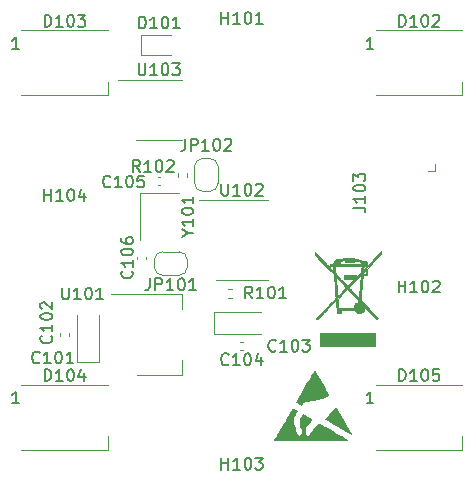
<source format=gbr>
%TF.GenerationSoftware,KiCad,Pcbnew,6.0.4+dfsg-1~bpo11+1*%
%TF.CreationDate,2022-05-23T04:18:39+00:00*%
%TF.ProjectId,LEDcube,4c454463-7562-4652-9e6b-696361645f70,rev?*%
%TF.SameCoordinates,Original*%
%TF.FileFunction,Legend,Top*%
%TF.FilePolarity,Positive*%
%FSLAX46Y46*%
G04 Gerber Fmt 4.6, Leading zero omitted, Abs format (unit mm)*
G04 Created by KiCad (PCBNEW 6.0.4+dfsg-1~bpo11+1) date 2022-05-23 04:18:39*
%MOMM*%
%LPD*%
G01*
G04 APERTURE LIST*
%ADD10C,0.150000*%
%ADD11C,0.120000*%
%ADD12C,0.010000*%
G04 APERTURE END LIST*
D10*
%TO.C,C104*%
X98880952Y-110517142D02*
X98833333Y-110564761D01*
X98690476Y-110612380D01*
X98595238Y-110612380D01*
X98452380Y-110564761D01*
X98357142Y-110469523D01*
X98309523Y-110374285D01*
X98261904Y-110183809D01*
X98261904Y-110040952D01*
X98309523Y-109850476D01*
X98357142Y-109755238D01*
X98452380Y-109660000D01*
X98595238Y-109612380D01*
X98690476Y-109612380D01*
X98833333Y-109660000D01*
X98880952Y-109707619D01*
X99833333Y-110612380D02*
X99261904Y-110612380D01*
X99547619Y-110612380D02*
X99547619Y-109612380D01*
X99452380Y-109755238D01*
X99357142Y-109850476D01*
X99261904Y-109898095D01*
X100452380Y-109612380D02*
X100547619Y-109612380D01*
X100642857Y-109660000D01*
X100690476Y-109707619D01*
X100738095Y-109802857D01*
X100785714Y-109993333D01*
X100785714Y-110231428D01*
X100738095Y-110421904D01*
X100690476Y-110517142D01*
X100642857Y-110564761D01*
X100547619Y-110612380D01*
X100452380Y-110612380D01*
X100357142Y-110564761D01*
X100309523Y-110517142D01*
X100261904Y-110421904D01*
X100214285Y-110231428D01*
X100214285Y-109993333D01*
X100261904Y-109802857D01*
X100309523Y-109707619D01*
X100357142Y-109660000D01*
X100452380Y-109612380D01*
X101642857Y-109945714D02*
X101642857Y-110612380D01*
X101404761Y-109564761D02*
X101166666Y-110279047D01*
X101785714Y-110279047D01*
%TO.C,D105*%
X113309523Y-111952380D02*
X113309523Y-110952380D01*
X113547619Y-110952380D01*
X113690476Y-111000000D01*
X113785714Y-111095238D01*
X113833333Y-111190476D01*
X113880952Y-111380952D01*
X113880952Y-111523809D01*
X113833333Y-111714285D01*
X113785714Y-111809523D01*
X113690476Y-111904761D01*
X113547619Y-111952380D01*
X113309523Y-111952380D01*
X114833333Y-111952380D02*
X114261904Y-111952380D01*
X114547619Y-111952380D02*
X114547619Y-110952380D01*
X114452380Y-111095238D01*
X114357142Y-111190476D01*
X114261904Y-111238095D01*
X115452380Y-110952380D02*
X115547619Y-110952380D01*
X115642857Y-111000000D01*
X115690476Y-111047619D01*
X115738095Y-111142857D01*
X115785714Y-111333333D01*
X115785714Y-111571428D01*
X115738095Y-111761904D01*
X115690476Y-111857142D01*
X115642857Y-111904761D01*
X115547619Y-111952380D01*
X115452380Y-111952380D01*
X115357142Y-111904761D01*
X115309523Y-111857142D01*
X115261904Y-111761904D01*
X115214285Y-111571428D01*
X115214285Y-111333333D01*
X115261904Y-111142857D01*
X115309523Y-111047619D01*
X115357142Y-111000000D01*
X115452380Y-110952380D01*
X116690476Y-110952380D02*
X116214285Y-110952380D01*
X116166666Y-111428571D01*
X116214285Y-111380952D01*
X116309523Y-111333333D01*
X116547619Y-111333333D01*
X116642857Y-111380952D01*
X116690476Y-111428571D01*
X116738095Y-111523809D01*
X116738095Y-111761904D01*
X116690476Y-111857142D01*
X116642857Y-111904761D01*
X116547619Y-111952380D01*
X116309523Y-111952380D01*
X116214285Y-111904761D01*
X116166666Y-111857142D01*
X111135714Y-113852380D02*
X110564285Y-113852380D01*
X110850000Y-113852380D02*
X110850000Y-112852380D01*
X110754761Y-112995238D01*
X110659523Y-113090476D01*
X110564285Y-113138095D01*
%TO.C,C106*%
X90697142Y-102639047D02*
X90744761Y-102686666D01*
X90792380Y-102829523D01*
X90792380Y-102924761D01*
X90744761Y-103067619D01*
X90649523Y-103162857D01*
X90554285Y-103210476D01*
X90363809Y-103258095D01*
X90220952Y-103258095D01*
X90030476Y-103210476D01*
X89935238Y-103162857D01*
X89840000Y-103067619D01*
X89792380Y-102924761D01*
X89792380Y-102829523D01*
X89840000Y-102686666D01*
X89887619Y-102639047D01*
X90792380Y-101686666D02*
X90792380Y-102258095D01*
X90792380Y-101972380D02*
X89792380Y-101972380D01*
X89935238Y-102067619D01*
X90030476Y-102162857D01*
X90078095Y-102258095D01*
X89792380Y-101067619D02*
X89792380Y-100972380D01*
X89840000Y-100877142D01*
X89887619Y-100829523D01*
X89982857Y-100781904D01*
X90173333Y-100734285D01*
X90411428Y-100734285D01*
X90601904Y-100781904D01*
X90697142Y-100829523D01*
X90744761Y-100877142D01*
X90792380Y-100972380D01*
X90792380Y-101067619D01*
X90744761Y-101162857D01*
X90697142Y-101210476D01*
X90601904Y-101258095D01*
X90411428Y-101305714D01*
X90173333Y-101305714D01*
X89982857Y-101258095D01*
X89887619Y-101210476D01*
X89840000Y-101162857D01*
X89792380Y-101067619D01*
X89792380Y-99877142D02*
X89792380Y-100067619D01*
X89840000Y-100162857D01*
X89887619Y-100210476D01*
X90030476Y-100305714D01*
X90220952Y-100353333D01*
X90601904Y-100353333D01*
X90697142Y-100305714D01*
X90744761Y-100258095D01*
X90792380Y-100162857D01*
X90792380Y-99972380D01*
X90744761Y-99877142D01*
X90697142Y-99829523D01*
X90601904Y-99781904D01*
X90363809Y-99781904D01*
X90268571Y-99829523D01*
X90220952Y-99877142D01*
X90173333Y-99972380D01*
X90173333Y-100162857D01*
X90220952Y-100258095D01*
X90268571Y-100305714D01*
X90363809Y-100353333D01*
%TO.C,H103*%
X98285714Y-119452380D02*
X98285714Y-118452380D01*
X98285714Y-118928571D02*
X98857142Y-118928571D01*
X98857142Y-119452380D02*
X98857142Y-118452380D01*
X99857142Y-119452380D02*
X99285714Y-119452380D01*
X99571428Y-119452380D02*
X99571428Y-118452380D01*
X99476190Y-118595238D01*
X99380952Y-118690476D01*
X99285714Y-118738095D01*
X100476190Y-118452380D02*
X100571428Y-118452380D01*
X100666666Y-118500000D01*
X100714285Y-118547619D01*
X100761904Y-118642857D01*
X100809523Y-118833333D01*
X100809523Y-119071428D01*
X100761904Y-119261904D01*
X100714285Y-119357142D01*
X100666666Y-119404761D01*
X100571428Y-119452380D01*
X100476190Y-119452380D01*
X100380952Y-119404761D01*
X100333333Y-119357142D01*
X100285714Y-119261904D01*
X100238095Y-119071428D01*
X100238095Y-118833333D01*
X100285714Y-118642857D01*
X100333333Y-118547619D01*
X100380952Y-118500000D01*
X100476190Y-118452380D01*
X101142857Y-118452380D02*
X101761904Y-118452380D01*
X101428571Y-118833333D01*
X101571428Y-118833333D01*
X101666666Y-118880952D01*
X101714285Y-118928571D01*
X101761904Y-119023809D01*
X101761904Y-119261904D01*
X101714285Y-119357142D01*
X101666666Y-119404761D01*
X101571428Y-119452380D01*
X101285714Y-119452380D01*
X101190476Y-119404761D01*
X101142857Y-119357142D01*
%TO.C,Y101*%
X95426190Y-99428571D02*
X95902380Y-99428571D01*
X94902380Y-99761904D02*
X95426190Y-99428571D01*
X94902380Y-99095238D01*
X95902380Y-98238095D02*
X95902380Y-98809523D01*
X95902380Y-98523809D02*
X94902380Y-98523809D01*
X95045238Y-98619047D01*
X95140476Y-98714285D01*
X95188095Y-98809523D01*
X94902380Y-97619047D02*
X94902380Y-97523809D01*
X94950000Y-97428571D01*
X94997619Y-97380952D01*
X95092857Y-97333333D01*
X95283333Y-97285714D01*
X95521428Y-97285714D01*
X95711904Y-97333333D01*
X95807142Y-97380952D01*
X95854761Y-97428571D01*
X95902380Y-97523809D01*
X95902380Y-97619047D01*
X95854761Y-97714285D01*
X95807142Y-97761904D01*
X95711904Y-97809523D01*
X95521428Y-97857142D01*
X95283333Y-97857142D01*
X95092857Y-97809523D01*
X94997619Y-97761904D01*
X94950000Y-97714285D01*
X94902380Y-97619047D01*
X95902380Y-96333333D02*
X95902380Y-96904761D01*
X95902380Y-96619047D02*
X94902380Y-96619047D01*
X95045238Y-96714285D01*
X95140476Y-96809523D01*
X95188095Y-96904761D01*
%TO.C,C105*%
X88880952Y-95457142D02*
X88833333Y-95504761D01*
X88690476Y-95552380D01*
X88595238Y-95552380D01*
X88452380Y-95504761D01*
X88357142Y-95409523D01*
X88309523Y-95314285D01*
X88261904Y-95123809D01*
X88261904Y-94980952D01*
X88309523Y-94790476D01*
X88357142Y-94695238D01*
X88452380Y-94600000D01*
X88595238Y-94552380D01*
X88690476Y-94552380D01*
X88833333Y-94600000D01*
X88880952Y-94647619D01*
X89833333Y-95552380D02*
X89261904Y-95552380D01*
X89547619Y-95552380D02*
X89547619Y-94552380D01*
X89452380Y-94695238D01*
X89357142Y-94790476D01*
X89261904Y-94838095D01*
X90452380Y-94552380D02*
X90547619Y-94552380D01*
X90642857Y-94600000D01*
X90690476Y-94647619D01*
X90738095Y-94742857D01*
X90785714Y-94933333D01*
X90785714Y-95171428D01*
X90738095Y-95361904D01*
X90690476Y-95457142D01*
X90642857Y-95504761D01*
X90547619Y-95552380D01*
X90452380Y-95552380D01*
X90357142Y-95504761D01*
X90309523Y-95457142D01*
X90261904Y-95361904D01*
X90214285Y-95171428D01*
X90214285Y-94933333D01*
X90261904Y-94742857D01*
X90309523Y-94647619D01*
X90357142Y-94600000D01*
X90452380Y-94552380D01*
X91690476Y-94552380D02*
X91214285Y-94552380D01*
X91166666Y-95028571D01*
X91214285Y-94980952D01*
X91309523Y-94933333D01*
X91547619Y-94933333D01*
X91642857Y-94980952D01*
X91690476Y-95028571D01*
X91738095Y-95123809D01*
X91738095Y-95361904D01*
X91690476Y-95457142D01*
X91642857Y-95504761D01*
X91547619Y-95552380D01*
X91309523Y-95552380D01*
X91214285Y-95504761D01*
X91166666Y-95457142D01*
%TO.C,U102*%
X98285714Y-95252380D02*
X98285714Y-96061904D01*
X98333333Y-96157142D01*
X98380952Y-96204761D01*
X98476190Y-96252380D01*
X98666666Y-96252380D01*
X98761904Y-96204761D01*
X98809523Y-96157142D01*
X98857142Y-96061904D01*
X98857142Y-95252380D01*
X99857142Y-96252380D02*
X99285714Y-96252380D01*
X99571428Y-96252380D02*
X99571428Y-95252380D01*
X99476190Y-95395238D01*
X99380952Y-95490476D01*
X99285714Y-95538095D01*
X100476190Y-95252380D02*
X100571428Y-95252380D01*
X100666666Y-95300000D01*
X100714285Y-95347619D01*
X100761904Y-95442857D01*
X100809523Y-95633333D01*
X100809523Y-95871428D01*
X100761904Y-96061904D01*
X100714285Y-96157142D01*
X100666666Y-96204761D01*
X100571428Y-96252380D01*
X100476190Y-96252380D01*
X100380952Y-96204761D01*
X100333333Y-96157142D01*
X100285714Y-96061904D01*
X100238095Y-95871428D01*
X100238095Y-95633333D01*
X100285714Y-95442857D01*
X100333333Y-95347619D01*
X100380952Y-95300000D01*
X100476190Y-95252380D01*
X101190476Y-95347619D02*
X101238095Y-95300000D01*
X101333333Y-95252380D01*
X101571428Y-95252380D01*
X101666666Y-95300000D01*
X101714285Y-95347619D01*
X101761904Y-95442857D01*
X101761904Y-95538095D01*
X101714285Y-95680952D01*
X101142857Y-96252380D01*
X101761904Y-96252380D01*
%TO.C,D101*%
X91309523Y-82102380D02*
X91309523Y-81102380D01*
X91547619Y-81102380D01*
X91690476Y-81150000D01*
X91785714Y-81245238D01*
X91833333Y-81340476D01*
X91880952Y-81530952D01*
X91880952Y-81673809D01*
X91833333Y-81864285D01*
X91785714Y-81959523D01*
X91690476Y-82054761D01*
X91547619Y-82102380D01*
X91309523Y-82102380D01*
X92833333Y-82102380D02*
X92261904Y-82102380D01*
X92547619Y-82102380D02*
X92547619Y-81102380D01*
X92452380Y-81245238D01*
X92357142Y-81340476D01*
X92261904Y-81388095D01*
X93452380Y-81102380D02*
X93547619Y-81102380D01*
X93642857Y-81150000D01*
X93690476Y-81197619D01*
X93738095Y-81292857D01*
X93785714Y-81483333D01*
X93785714Y-81721428D01*
X93738095Y-81911904D01*
X93690476Y-82007142D01*
X93642857Y-82054761D01*
X93547619Y-82102380D01*
X93452380Y-82102380D01*
X93357142Y-82054761D01*
X93309523Y-82007142D01*
X93261904Y-81911904D01*
X93214285Y-81721428D01*
X93214285Y-81483333D01*
X93261904Y-81292857D01*
X93309523Y-81197619D01*
X93357142Y-81150000D01*
X93452380Y-81102380D01*
X94738095Y-82102380D02*
X94166666Y-82102380D01*
X94452380Y-82102380D02*
X94452380Y-81102380D01*
X94357142Y-81245238D01*
X94261904Y-81340476D01*
X94166666Y-81388095D01*
%TO.C,C101*%
X82880952Y-110357142D02*
X82833333Y-110404761D01*
X82690476Y-110452380D01*
X82595238Y-110452380D01*
X82452380Y-110404761D01*
X82357142Y-110309523D01*
X82309523Y-110214285D01*
X82261904Y-110023809D01*
X82261904Y-109880952D01*
X82309523Y-109690476D01*
X82357142Y-109595238D01*
X82452380Y-109500000D01*
X82595238Y-109452380D01*
X82690476Y-109452380D01*
X82833333Y-109500000D01*
X82880952Y-109547619D01*
X83833333Y-110452380D02*
X83261904Y-110452380D01*
X83547619Y-110452380D02*
X83547619Y-109452380D01*
X83452380Y-109595238D01*
X83357142Y-109690476D01*
X83261904Y-109738095D01*
X84452380Y-109452380D02*
X84547619Y-109452380D01*
X84642857Y-109500000D01*
X84690476Y-109547619D01*
X84738095Y-109642857D01*
X84785714Y-109833333D01*
X84785714Y-110071428D01*
X84738095Y-110261904D01*
X84690476Y-110357142D01*
X84642857Y-110404761D01*
X84547619Y-110452380D01*
X84452380Y-110452380D01*
X84357142Y-110404761D01*
X84309523Y-110357142D01*
X84261904Y-110261904D01*
X84214285Y-110071428D01*
X84214285Y-109833333D01*
X84261904Y-109642857D01*
X84309523Y-109547619D01*
X84357142Y-109500000D01*
X84452380Y-109452380D01*
X85738095Y-110452380D02*
X85166666Y-110452380D01*
X85452380Y-110452380D02*
X85452380Y-109452380D01*
X85357142Y-109595238D01*
X85261904Y-109690476D01*
X85166666Y-109738095D01*
%TO.C,U101*%
X84785714Y-104042380D02*
X84785714Y-104851904D01*
X84833333Y-104947142D01*
X84880952Y-104994761D01*
X84976190Y-105042380D01*
X85166666Y-105042380D01*
X85261904Y-104994761D01*
X85309523Y-104947142D01*
X85357142Y-104851904D01*
X85357142Y-104042380D01*
X86357142Y-105042380D02*
X85785714Y-105042380D01*
X86071428Y-105042380D02*
X86071428Y-104042380D01*
X85976190Y-104185238D01*
X85880952Y-104280476D01*
X85785714Y-104328095D01*
X86976190Y-104042380D02*
X87071428Y-104042380D01*
X87166666Y-104090000D01*
X87214285Y-104137619D01*
X87261904Y-104232857D01*
X87309523Y-104423333D01*
X87309523Y-104661428D01*
X87261904Y-104851904D01*
X87214285Y-104947142D01*
X87166666Y-104994761D01*
X87071428Y-105042380D01*
X86976190Y-105042380D01*
X86880952Y-104994761D01*
X86833333Y-104947142D01*
X86785714Y-104851904D01*
X86738095Y-104661428D01*
X86738095Y-104423333D01*
X86785714Y-104232857D01*
X86833333Y-104137619D01*
X86880952Y-104090000D01*
X86976190Y-104042380D01*
X88261904Y-105042380D02*
X87690476Y-105042380D01*
X87976190Y-105042380D02*
X87976190Y-104042380D01*
X87880952Y-104185238D01*
X87785714Y-104280476D01*
X87690476Y-104328095D01*
%TO.C,D104*%
X83309523Y-111952380D02*
X83309523Y-110952380D01*
X83547619Y-110952380D01*
X83690476Y-111000000D01*
X83785714Y-111095238D01*
X83833333Y-111190476D01*
X83880952Y-111380952D01*
X83880952Y-111523809D01*
X83833333Y-111714285D01*
X83785714Y-111809523D01*
X83690476Y-111904761D01*
X83547619Y-111952380D01*
X83309523Y-111952380D01*
X84833333Y-111952380D02*
X84261904Y-111952380D01*
X84547619Y-111952380D02*
X84547619Y-110952380D01*
X84452380Y-111095238D01*
X84357142Y-111190476D01*
X84261904Y-111238095D01*
X85452380Y-110952380D02*
X85547619Y-110952380D01*
X85642857Y-111000000D01*
X85690476Y-111047619D01*
X85738095Y-111142857D01*
X85785714Y-111333333D01*
X85785714Y-111571428D01*
X85738095Y-111761904D01*
X85690476Y-111857142D01*
X85642857Y-111904761D01*
X85547619Y-111952380D01*
X85452380Y-111952380D01*
X85357142Y-111904761D01*
X85309523Y-111857142D01*
X85261904Y-111761904D01*
X85214285Y-111571428D01*
X85214285Y-111333333D01*
X85261904Y-111142857D01*
X85309523Y-111047619D01*
X85357142Y-111000000D01*
X85452380Y-110952380D01*
X86642857Y-111285714D02*
X86642857Y-111952380D01*
X86404761Y-110904761D02*
X86166666Y-111619047D01*
X86785714Y-111619047D01*
X81135714Y-113852380D02*
X80564285Y-113852380D01*
X80850000Y-113852380D02*
X80850000Y-112852380D01*
X80754761Y-112995238D01*
X80659523Y-113090476D01*
X80564285Y-113138095D01*
%TO.C,D102*%
X113309523Y-81952380D02*
X113309523Y-80952380D01*
X113547619Y-80952380D01*
X113690476Y-81000000D01*
X113785714Y-81095238D01*
X113833333Y-81190476D01*
X113880952Y-81380952D01*
X113880952Y-81523809D01*
X113833333Y-81714285D01*
X113785714Y-81809523D01*
X113690476Y-81904761D01*
X113547619Y-81952380D01*
X113309523Y-81952380D01*
X114833333Y-81952380D02*
X114261904Y-81952380D01*
X114547619Y-81952380D02*
X114547619Y-80952380D01*
X114452380Y-81095238D01*
X114357142Y-81190476D01*
X114261904Y-81238095D01*
X115452380Y-80952380D02*
X115547619Y-80952380D01*
X115642857Y-81000000D01*
X115690476Y-81047619D01*
X115738095Y-81142857D01*
X115785714Y-81333333D01*
X115785714Y-81571428D01*
X115738095Y-81761904D01*
X115690476Y-81857142D01*
X115642857Y-81904761D01*
X115547619Y-81952380D01*
X115452380Y-81952380D01*
X115357142Y-81904761D01*
X115309523Y-81857142D01*
X115261904Y-81761904D01*
X115214285Y-81571428D01*
X115214285Y-81333333D01*
X115261904Y-81142857D01*
X115309523Y-81047619D01*
X115357142Y-81000000D01*
X115452380Y-80952380D01*
X116166666Y-81047619D02*
X116214285Y-81000000D01*
X116309523Y-80952380D01*
X116547619Y-80952380D01*
X116642857Y-81000000D01*
X116690476Y-81047619D01*
X116738095Y-81142857D01*
X116738095Y-81238095D01*
X116690476Y-81380952D01*
X116119047Y-81952380D01*
X116738095Y-81952380D01*
X111135714Y-83852380D02*
X110564285Y-83852380D01*
X110850000Y-83852380D02*
X110850000Y-82852380D01*
X110754761Y-82995238D01*
X110659523Y-83090476D01*
X110564285Y-83138095D01*
%TO.C,JP102*%
X95214285Y-91452380D02*
X95214285Y-92166666D01*
X95166666Y-92309523D01*
X95071428Y-92404761D01*
X94928571Y-92452380D01*
X94833333Y-92452380D01*
X95690476Y-92452380D02*
X95690476Y-91452380D01*
X96071428Y-91452380D01*
X96166666Y-91500000D01*
X96214285Y-91547619D01*
X96261904Y-91642857D01*
X96261904Y-91785714D01*
X96214285Y-91880952D01*
X96166666Y-91928571D01*
X96071428Y-91976190D01*
X95690476Y-91976190D01*
X97214285Y-92452380D02*
X96642857Y-92452380D01*
X96928571Y-92452380D02*
X96928571Y-91452380D01*
X96833333Y-91595238D01*
X96738095Y-91690476D01*
X96642857Y-91738095D01*
X97833333Y-91452380D02*
X97928571Y-91452380D01*
X98023809Y-91500000D01*
X98071428Y-91547619D01*
X98119047Y-91642857D01*
X98166666Y-91833333D01*
X98166666Y-92071428D01*
X98119047Y-92261904D01*
X98071428Y-92357142D01*
X98023809Y-92404761D01*
X97928571Y-92452380D01*
X97833333Y-92452380D01*
X97738095Y-92404761D01*
X97690476Y-92357142D01*
X97642857Y-92261904D01*
X97595238Y-92071428D01*
X97595238Y-91833333D01*
X97642857Y-91642857D01*
X97690476Y-91547619D01*
X97738095Y-91500000D01*
X97833333Y-91452380D01*
X98547619Y-91547619D02*
X98595238Y-91500000D01*
X98690476Y-91452380D01*
X98928571Y-91452380D01*
X99023809Y-91500000D01*
X99071428Y-91547619D01*
X99119047Y-91642857D01*
X99119047Y-91738095D01*
X99071428Y-91880952D01*
X98500000Y-92452380D01*
X99119047Y-92452380D01*
%TO.C,JP101*%
X92214285Y-103252380D02*
X92214285Y-103966666D01*
X92166666Y-104109523D01*
X92071428Y-104204761D01*
X91928571Y-104252380D01*
X91833333Y-104252380D01*
X92690476Y-104252380D02*
X92690476Y-103252380D01*
X93071428Y-103252380D01*
X93166666Y-103300000D01*
X93214285Y-103347619D01*
X93261904Y-103442857D01*
X93261904Y-103585714D01*
X93214285Y-103680952D01*
X93166666Y-103728571D01*
X93071428Y-103776190D01*
X92690476Y-103776190D01*
X94214285Y-104252380D02*
X93642857Y-104252380D01*
X93928571Y-104252380D02*
X93928571Y-103252380D01*
X93833333Y-103395238D01*
X93738095Y-103490476D01*
X93642857Y-103538095D01*
X94833333Y-103252380D02*
X94928571Y-103252380D01*
X95023809Y-103300000D01*
X95071428Y-103347619D01*
X95119047Y-103442857D01*
X95166666Y-103633333D01*
X95166666Y-103871428D01*
X95119047Y-104061904D01*
X95071428Y-104157142D01*
X95023809Y-104204761D01*
X94928571Y-104252380D01*
X94833333Y-104252380D01*
X94738095Y-104204761D01*
X94690476Y-104157142D01*
X94642857Y-104061904D01*
X94595238Y-103871428D01*
X94595238Y-103633333D01*
X94642857Y-103442857D01*
X94690476Y-103347619D01*
X94738095Y-103300000D01*
X94833333Y-103252380D01*
X96119047Y-104252380D02*
X95547619Y-104252380D01*
X95833333Y-104252380D02*
X95833333Y-103252380D01*
X95738095Y-103395238D01*
X95642857Y-103490476D01*
X95547619Y-103538095D01*
%TO.C,R102*%
X91380952Y-94252380D02*
X91047619Y-93776190D01*
X90809523Y-94252380D02*
X90809523Y-93252380D01*
X91190476Y-93252380D01*
X91285714Y-93300000D01*
X91333333Y-93347619D01*
X91380952Y-93442857D01*
X91380952Y-93585714D01*
X91333333Y-93680952D01*
X91285714Y-93728571D01*
X91190476Y-93776190D01*
X90809523Y-93776190D01*
X92333333Y-94252380D02*
X91761904Y-94252380D01*
X92047619Y-94252380D02*
X92047619Y-93252380D01*
X91952380Y-93395238D01*
X91857142Y-93490476D01*
X91761904Y-93538095D01*
X92952380Y-93252380D02*
X93047619Y-93252380D01*
X93142857Y-93300000D01*
X93190476Y-93347619D01*
X93238095Y-93442857D01*
X93285714Y-93633333D01*
X93285714Y-93871428D01*
X93238095Y-94061904D01*
X93190476Y-94157142D01*
X93142857Y-94204761D01*
X93047619Y-94252380D01*
X92952380Y-94252380D01*
X92857142Y-94204761D01*
X92809523Y-94157142D01*
X92761904Y-94061904D01*
X92714285Y-93871428D01*
X92714285Y-93633333D01*
X92761904Y-93442857D01*
X92809523Y-93347619D01*
X92857142Y-93300000D01*
X92952380Y-93252380D01*
X93666666Y-93347619D02*
X93714285Y-93300000D01*
X93809523Y-93252380D01*
X94047619Y-93252380D01*
X94142857Y-93300000D01*
X94190476Y-93347619D01*
X94238095Y-93442857D01*
X94238095Y-93538095D01*
X94190476Y-93680952D01*
X93619047Y-94252380D01*
X94238095Y-94252380D01*
%TO.C,C102*%
X83857142Y-108119047D02*
X83904761Y-108166666D01*
X83952380Y-108309523D01*
X83952380Y-108404761D01*
X83904761Y-108547619D01*
X83809523Y-108642857D01*
X83714285Y-108690476D01*
X83523809Y-108738095D01*
X83380952Y-108738095D01*
X83190476Y-108690476D01*
X83095238Y-108642857D01*
X83000000Y-108547619D01*
X82952380Y-108404761D01*
X82952380Y-108309523D01*
X83000000Y-108166666D01*
X83047619Y-108119047D01*
X83952380Y-107166666D02*
X83952380Y-107738095D01*
X83952380Y-107452380D02*
X82952380Y-107452380D01*
X83095238Y-107547619D01*
X83190476Y-107642857D01*
X83238095Y-107738095D01*
X82952380Y-106547619D02*
X82952380Y-106452380D01*
X83000000Y-106357142D01*
X83047619Y-106309523D01*
X83142857Y-106261904D01*
X83333333Y-106214285D01*
X83571428Y-106214285D01*
X83761904Y-106261904D01*
X83857142Y-106309523D01*
X83904761Y-106357142D01*
X83952380Y-106452380D01*
X83952380Y-106547619D01*
X83904761Y-106642857D01*
X83857142Y-106690476D01*
X83761904Y-106738095D01*
X83571428Y-106785714D01*
X83333333Y-106785714D01*
X83142857Y-106738095D01*
X83047619Y-106690476D01*
X83000000Y-106642857D01*
X82952380Y-106547619D01*
X83047619Y-105833333D02*
X83000000Y-105785714D01*
X82952380Y-105690476D01*
X82952380Y-105452380D01*
X83000000Y-105357142D01*
X83047619Y-105309523D01*
X83142857Y-105261904D01*
X83238095Y-105261904D01*
X83380952Y-105309523D01*
X83952380Y-105880952D01*
X83952380Y-105261904D01*
%TO.C,H104*%
X83285714Y-96702380D02*
X83285714Y-95702380D01*
X83285714Y-96178571D02*
X83857142Y-96178571D01*
X83857142Y-96702380D02*
X83857142Y-95702380D01*
X84857142Y-96702380D02*
X84285714Y-96702380D01*
X84571428Y-96702380D02*
X84571428Y-95702380D01*
X84476190Y-95845238D01*
X84380952Y-95940476D01*
X84285714Y-95988095D01*
X85476190Y-95702380D02*
X85571428Y-95702380D01*
X85666666Y-95750000D01*
X85714285Y-95797619D01*
X85761904Y-95892857D01*
X85809523Y-96083333D01*
X85809523Y-96321428D01*
X85761904Y-96511904D01*
X85714285Y-96607142D01*
X85666666Y-96654761D01*
X85571428Y-96702380D01*
X85476190Y-96702380D01*
X85380952Y-96654761D01*
X85333333Y-96607142D01*
X85285714Y-96511904D01*
X85238095Y-96321428D01*
X85238095Y-96083333D01*
X85285714Y-95892857D01*
X85333333Y-95797619D01*
X85380952Y-95750000D01*
X85476190Y-95702380D01*
X86666666Y-96035714D02*
X86666666Y-96702380D01*
X86428571Y-95654761D02*
X86190476Y-96369047D01*
X86809523Y-96369047D01*
%TO.C,H102*%
X113285714Y-104452380D02*
X113285714Y-103452380D01*
X113285714Y-103928571D02*
X113857142Y-103928571D01*
X113857142Y-104452380D02*
X113857142Y-103452380D01*
X114857142Y-104452380D02*
X114285714Y-104452380D01*
X114571428Y-104452380D02*
X114571428Y-103452380D01*
X114476190Y-103595238D01*
X114380952Y-103690476D01*
X114285714Y-103738095D01*
X115476190Y-103452380D02*
X115571428Y-103452380D01*
X115666666Y-103500000D01*
X115714285Y-103547619D01*
X115761904Y-103642857D01*
X115809523Y-103833333D01*
X115809523Y-104071428D01*
X115761904Y-104261904D01*
X115714285Y-104357142D01*
X115666666Y-104404761D01*
X115571428Y-104452380D01*
X115476190Y-104452380D01*
X115380952Y-104404761D01*
X115333333Y-104357142D01*
X115285714Y-104261904D01*
X115238095Y-104071428D01*
X115238095Y-103833333D01*
X115285714Y-103642857D01*
X115333333Y-103547619D01*
X115380952Y-103500000D01*
X115476190Y-103452380D01*
X116190476Y-103547619D02*
X116238095Y-103500000D01*
X116333333Y-103452380D01*
X116571428Y-103452380D01*
X116666666Y-103500000D01*
X116714285Y-103547619D01*
X116761904Y-103642857D01*
X116761904Y-103738095D01*
X116714285Y-103880952D01*
X116142857Y-104452380D01*
X116761904Y-104452380D01*
%TO.C,C103*%
X102880952Y-109357142D02*
X102833333Y-109404761D01*
X102690476Y-109452380D01*
X102595238Y-109452380D01*
X102452380Y-109404761D01*
X102357142Y-109309523D01*
X102309523Y-109214285D01*
X102261904Y-109023809D01*
X102261904Y-108880952D01*
X102309523Y-108690476D01*
X102357142Y-108595238D01*
X102452380Y-108500000D01*
X102595238Y-108452380D01*
X102690476Y-108452380D01*
X102833333Y-108500000D01*
X102880952Y-108547619D01*
X103833333Y-109452380D02*
X103261904Y-109452380D01*
X103547619Y-109452380D02*
X103547619Y-108452380D01*
X103452380Y-108595238D01*
X103357142Y-108690476D01*
X103261904Y-108738095D01*
X104452380Y-108452380D02*
X104547619Y-108452380D01*
X104642857Y-108500000D01*
X104690476Y-108547619D01*
X104738095Y-108642857D01*
X104785714Y-108833333D01*
X104785714Y-109071428D01*
X104738095Y-109261904D01*
X104690476Y-109357142D01*
X104642857Y-109404761D01*
X104547619Y-109452380D01*
X104452380Y-109452380D01*
X104357142Y-109404761D01*
X104309523Y-109357142D01*
X104261904Y-109261904D01*
X104214285Y-109071428D01*
X104214285Y-108833333D01*
X104261904Y-108642857D01*
X104309523Y-108547619D01*
X104357142Y-108500000D01*
X104452380Y-108452380D01*
X105119047Y-108452380D02*
X105738095Y-108452380D01*
X105404761Y-108833333D01*
X105547619Y-108833333D01*
X105642857Y-108880952D01*
X105690476Y-108928571D01*
X105738095Y-109023809D01*
X105738095Y-109261904D01*
X105690476Y-109357142D01*
X105642857Y-109404761D01*
X105547619Y-109452380D01*
X105261904Y-109452380D01*
X105166666Y-109404761D01*
X105119047Y-109357142D01*
%TO.C,U103*%
X91265714Y-85052380D02*
X91265714Y-85861904D01*
X91313333Y-85957142D01*
X91360952Y-86004761D01*
X91456190Y-86052380D01*
X91646666Y-86052380D01*
X91741904Y-86004761D01*
X91789523Y-85957142D01*
X91837142Y-85861904D01*
X91837142Y-85052380D01*
X92837142Y-86052380D02*
X92265714Y-86052380D01*
X92551428Y-86052380D02*
X92551428Y-85052380D01*
X92456190Y-85195238D01*
X92360952Y-85290476D01*
X92265714Y-85338095D01*
X93456190Y-85052380D02*
X93551428Y-85052380D01*
X93646666Y-85100000D01*
X93694285Y-85147619D01*
X93741904Y-85242857D01*
X93789523Y-85433333D01*
X93789523Y-85671428D01*
X93741904Y-85861904D01*
X93694285Y-85957142D01*
X93646666Y-86004761D01*
X93551428Y-86052380D01*
X93456190Y-86052380D01*
X93360952Y-86004761D01*
X93313333Y-85957142D01*
X93265714Y-85861904D01*
X93218095Y-85671428D01*
X93218095Y-85433333D01*
X93265714Y-85242857D01*
X93313333Y-85147619D01*
X93360952Y-85100000D01*
X93456190Y-85052380D01*
X94122857Y-85052380D02*
X94741904Y-85052380D01*
X94408571Y-85433333D01*
X94551428Y-85433333D01*
X94646666Y-85480952D01*
X94694285Y-85528571D01*
X94741904Y-85623809D01*
X94741904Y-85861904D01*
X94694285Y-85957142D01*
X94646666Y-86004761D01*
X94551428Y-86052380D01*
X94265714Y-86052380D01*
X94170476Y-86004761D01*
X94122857Y-85957142D01*
%TO.C,H101*%
X98285714Y-81702380D02*
X98285714Y-80702380D01*
X98285714Y-81178571D02*
X98857142Y-81178571D01*
X98857142Y-81702380D02*
X98857142Y-80702380D01*
X99857142Y-81702380D02*
X99285714Y-81702380D01*
X99571428Y-81702380D02*
X99571428Y-80702380D01*
X99476190Y-80845238D01*
X99380952Y-80940476D01*
X99285714Y-80988095D01*
X100476190Y-80702380D02*
X100571428Y-80702380D01*
X100666666Y-80750000D01*
X100714285Y-80797619D01*
X100761904Y-80892857D01*
X100809523Y-81083333D01*
X100809523Y-81321428D01*
X100761904Y-81511904D01*
X100714285Y-81607142D01*
X100666666Y-81654761D01*
X100571428Y-81702380D01*
X100476190Y-81702380D01*
X100380952Y-81654761D01*
X100333333Y-81607142D01*
X100285714Y-81511904D01*
X100238095Y-81321428D01*
X100238095Y-81083333D01*
X100285714Y-80892857D01*
X100333333Y-80797619D01*
X100380952Y-80750000D01*
X100476190Y-80702380D01*
X101761904Y-81702380D02*
X101190476Y-81702380D01*
X101476190Y-81702380D02*
X101476190Y-80702380D01*
X101380952Y-80845238D01*
X101285714Y-80940476D01*
X101190476Y-80988095D01*
%TO.C,R101*%
X100880952Y-104952380D02*
X100547619Y-104476190D01*
X100309523Y-104952380D02*
X100309523Y-103952380D01*
X100690476Y-103952380D01*
X100785714Y-104000000D01*
X100833333Y-104047619D01*
X100880952Y-104142857D01*
X100880952Y-104285714D01*
X100833333Y-104380952D01*
X100785714Y-104428571D01*
X100690476Y-104476190D01*
X100309523Y-104476190D01*
X101833333Y-104952380D02*
X101261904Y-104952380D01*
X101547619Y-104952380D02*
X101547619Y-103952380D01*
X101452380Y-104095238D01*
X101357142Y-104190476D01*
X101261904Y-104238095D01*
X102452380Y-103952380D02*
X102547619Y-103952380D01*
X102642857Y-104000000D01*
X102690476Y-104047619D01*
X102738095Y-104142857D01*
X102785714Y-104333333D01*
X102785714Y-104571428D01*
X102738095Y-104761904D01*
X102690476Y-104857142D01*
X102642857Y-104904761D01*
X102547619Y-104952380D01*
X102452380Y-104952380D01*
X102357142Y-104904761D01*
X102309523Y-104857142D01*
X102261904Y-104761904D01*
X102214285Y-104571428D01*
X102214285Y-104333333D01*
X102261904Y-104142857D01*
X102309523Y-104047619D01*
X102357142Y-104000000D01*
X102452380Y-103952380D01*
X103738095Y-104952380D02*
X103166666Y-104952380D01*
X103452380Y-104952380D02*
X103452380Y-103952380D01*
X103357142Y-104095238D01*
X103261904Y-104190476D01*
X103166666Y-104238095D01*
%TO.C,D103*%
X83309523Y-81952380D02*
X83309523Y-80952380D01*
X83547619Y-80952380D01*
X83690476Y-81000000D01*
X83785714Y-81095238D01*
X83833333Y-81190476D01*
X83880952Y-81380952D01*
X83880952Y-81523809D01*
X83833333Y-81714285D01*
X83785714Y-81809523D01*
X83690476Y-81904761D01*
X83547619Y-81952380D01*
X83309523Y-81952380D01*
X84833333Y-81952380D02*
X84261904Y-81952380D01*
X84547619Y-81952380D02*
X84547619Y-80952380D01*
X84452380Y-81095238D01*
X84357142Y-81190476D01*
X84261904Y-81238095D01*
X85452380Y-80952380D02*
X85547619Y-80952380D01*
X85642857Y-81000000D01*
X85690476Y-81047619D01*
X85738095Y-81142857D01*
X85785714Y-81333333D01*
X85785714Y-81571428D01*
X85738095Y-81761904D01*
X85690476Y-81857142D01*
X85642857Y-81904761D01*
X85547619Y-81952380D01*
X85452380Y-81952380D01*
X85357142Y-81904761D01*
X85309523Y-81857142D01*
X85261904Y-81761904D01*
X85214285Y-81571428D01*
X85214285Y-81333333D01*
X85261904Y-81142857D01*
X85309523Y-81047619D01*
X85357142Y-81000000D01*
X85452380Y-80952380D01*
X86119047Y-80952380D02*
X86738095Y-80952380D01*
X86404761Y-81333333D01*
X86547619Y-81333333D01*
X86642857Y-81380952D01*
X86690476Y-81428571D01*
X86738095Y-81523809D01*
X86738095Y-81761904D01*
X86690476Y-81857142D01*
X86642857Y-81904761D01*
X86547619Y-81952380D01*
X86261904Y-81952380D01*
X86166666Y-81904761D01*
X86119047Y-81857142D01*
X81135714Y-83852380D02*
X80564285Y-83852380D01*
X80850000Y-83852380D02*
X80850000Y-82852380D01*
X80754761Y-82995238D01*
X80659523Y-83090476D01*
X80564285Y-83138095D01*
%TO.C,J103*%
X109452380Y-97285714D02*
X110166666Y-97285714D01*
X110309523Y-97333333D01*
X110404761Y-97428571D01*
X110452380Y-97571428D01*
X110452380Y-97666666D01*
X110452380Y-96285714D02*
X110452380Y-96857142D01*
X110452380Y-96571428D02*
X109452380Y-96571428D01*
X109595238Y-96666666D01*
X109690476Y-96761904D01*
X109738095Y-96857142D01*
X109452380Y-95666666D02*
X109452380Y-95571428D01*
X109500000Y-95476190D01*
X109547619Y-95428571D01*
X109642857Y-95380952D01*
X109833333Y-95333333D01*
X110071428Y-95333333D01*
X110261904Y-95380952D01*
X110357142Y-95428571D01*
X110404761Y-95476190D01*
X110452380Y-95571428D01*
X110452380Y-95666666D01*
X110404761Y-95761904D01*
X110357142Y-95809523D01*
X110261904Y-95857142D01*
X110071428Y-95904761D01*
X109833333Y-95904761D01*
X109642857Y-95857142D01*
X109547619Y-95809523D01*
X109500000Y-95761904D01*
X109452380Y-95666666D01*
X109452380Y-95000000D02*
X109452380Y-94380952D01*
X109833333Y-94714285D01*
X109833333Y-94571428D01*
X109880952Y-94476190D01*
X109928571Y-94428571D01*
X110023809Y-94380952D01*
X110261904Y-94380952D01*
X110357142Y-94428571D01*
X110404761Y-94476190D01*
X110452380Y-94571428D01*
X110452380Y-94857142D01*
X110404761Y-94952380D01*
X110357142Y-95000000D01*
D11*
%TO.C,C104*%
X100107836Y-109360000D02*
X99892164Y-109360000D01*
X100107836Y-108640000D02*
X99892164Y-108640000D01*
%TO.C,D105*%
X111350000Y-112250000D02*
X118650000Y-112250000D01*
X111350000Y-117750000D02*
X118650000Y-117750000D01*
X118650000Y-117750000D02*
X118650000Y-116600000D01*
%TO.C,C106*%
X91140000Y-101627836D02*
X91140000Y-101412164D01*
X91860000Y-101627836D02*
X91860000Y-101412164D01*
%TO.C,Y101*%
X94650000Y-96000000D02*
X91350000Y-96000000D01*
X91350000Y-96000000D02*
X91350000Y-100000000D01*
%TO.C,C105*%
X92872164Y-94640000D02*
X93087836Y-94640000D01*
X92872164Y-95360000D02*
X93087836Y-95360000D01*
%TO.C,U102*%
X100000000Y-103385000D02*
X102200000Y-103385000D01*
X100000000Y-96615000D02*
X102200000Y-96615000D01*
X100000000Y-103385000D02*
X97800000Y-103385000D01*
X100000000Y-96615000D02*
X96400000Y-96615000D01*
%TO.C,D101*%
X91500000Y-82650000D02*
X94050000Y-82650000D01*
X91500000Y-84350000D02*
X94050000Y-84350000D01*
X91500000Y-82650000D02*
X91500000Y-84350000D01*
%TO.C,C101*%
X87935000Y-110310000D02*
X87935000Y-106400000D01*
X86065000Y-110310000D02*
X87935000Y-110310000D01*
X86065000Y-106400000D02*
X86065000Y-110310000D01*
%TO.C,U101*%
X94910000Y-111410000D02*
X94910000Y-110150000D01*
X94910000Y-104590000D02*
X94910000Y-105850000D01*
X91150000Y-111410000D02*
X94910000Y-111410000D01*
X88900000Y-104590000D02*
X94910000Y-104590000D01*
%TO.C,D104*%
X81350000Y-112250000D02*
X88650000Y-112250000D01*
X88650000Y-117750000D02*
X88650000Y-116600000D01*
X81350000Y-117750000D02*
X88650000Y-117750000D01*
%TO.C,D102*%
X111350000Y-82250000D02*
X118650000Y-82250000D01*
X111350000Y-87750000D02*
X118650000Y-87750000D01*
X118650000Y-87750000D02*
X118650000Y-86600000D01*
%TO.C,JP102*%
X98000000Y-93800000D02*
X98000000Y-95200000D01*
X96700000Y-93100000D02*
X97300000Y-93100000D01*
X96000000Y-95200000D02*
X96000000Y-93800000D01*
X97300000Y-95900000D02*
X96700000Y-95900000D01*
X98000000Y-93800000D02*
G75*
G03*
X97300000Y-93100000I-699999J1D01*
G01*
X96700000Y-93100000D02*
G75*
G03*
X96000000Y-93800000I-1J-699999D01*
G01*
X96000000Y-95200000D02*
G75*
G03*
X96700000Y-95900000I700000J0D01*
G01*
X97300000Y-95900000D02*
G75*
G03*
X98000000Y-95200000I0J700000D01*
G01*
%TO.C,SYM3*%
G36*
X107987528Y-114234619D02*
G01*
X107998908Y-114253693D01*
X108024488Y-114297421D01*
X108063002Y-114363619D01*
X108113186Y-114450102D01*
X108173775Y-114554685D01*
X108243503Y-114675183D01*
X108321107Y-114809412D01*
X108405320Y-114955187D01*
X108494879Y-115110323D01*
X108586998Y-115270000D01*
X108681076Y-115433117D01*
X108771402Y-115589709D01*
X108856665Y-115737506D01*
X108935557Y-115874240D01*
X109006769Y-115997642D01*
X109068991Y-116105444D01*
X109120913Y-116195377D01*
X109161228Y-116265173D01*
X109188624Y-116312564D01*
X109201507Y-116334786D01*
X109222507Y-116372330D01*
X109233925Y-116395831D01*
X109234551Y-116399920D01*
X109220636Y-116392242D01*
X109181941Y-116370203D01*
X109120487Y-116334971D01*
X109038298Y-116287711D01*
X108937396Y-116229589D01*
X108819805Y-116161771D01*
X108687546Y-116085424D01*
X108542642Y-116001714D01*
X108387117Y-115911806D01*
X108222992Y-115816867D01*
X108160549Y-115780732D01*
X107993487Y-115684083D01*
X107834074Y-115591938D01*
X107684355Y-115505475D01*
X107546376Y-115425871D01*
X107422185Y-115354305D01*
X107313827Y-115291955D01*
X107223348Y-115239998D01*
X107152796Y-115199613D01*
X107104215Y-115171978D01*
X107079654Y-115158272D01*
X107077085Y-115156974D01*
X107084569Y-115145220D01*
X107110614Y-115113795D01*
X107152559Y-115065594D01*
X107207746Y-115003510D01*
X107273517Y-114930439D01*
X107347212Y-114849276D01*
X107426173Y-114762916D01*
X107507740Y-114674253D01*
X107589254Y-114586182D01*
X107668057Y-114501599D01*
X107741490Y-114423397D01*
X107806893Y-114354472D01*
X107861608Y-114297719D01*
X107902977Y-114256032D01*
X107917164Y-114242363D01*
X107964180Y-114198201D01*
X107987528Y-114234619D01*
G37*
D12*
X107987528Y-114234619D02*
X107998908Y-114253693D01*
X108024488Y-114297421D01*
X108063002Y-114363619D01*
X108113186Y-114450102D01*
X108173775Y-114554685D01*
X108243503Y-114675183D01*
X108321107Y-114809412D01*
X108405320Y-114955187D01*
X108494879Y-115110323D01*
X108586998Y-115270000D01*
X108681076Y-115433117D01*
X108771402Y-115589709D01*
X108856665Y-115737506D01*
X108935557Y-115874240D01*
X109006769Y-115997642D01*
X109068991Y-116105444D01*
X109120913Y-116195377D01*
X109161228Y-116265173D01*
X109188624Y-116312564D01*
X109201507Y-116334786D01*
X109222507Y-116372330D01*
X109233925Y-116395831D01*
X109234551Y-116399920D01*
X109220636Y-116392242D01*
X109181941Y-116370203D01*
X109120487Y-116334971D01*
X109038298Y-116287711D01*
X108937396Y-116229589D01*
X108819805Y-116161771D01*
X108687546Y-116085424D01*
X108542642Y-116001714D01*
X108387117Y-115911806D01*
X108222992Y-115816867D01*
X108160549Y-115780732D01*
X107993487Y-115684083D01*
X107834074Y-115591938D01*
X107684355Y-115505475D01*
X107546376Y-115425871D01*
X107422185Y-115354305D01*
X107313827Y-115291955D01*
X107223348Y-115239998D01*
X107152796Y-115199613D01*
X107104215Y-115171978D01*
X107079654Y-115158272D01*
X107077085Y-115156974D01*
X107084569Y-115145220D01*
X107110614Y-115113795D01*
X107152559Y-115065594D01*
X107207746Y-115003510D01*
X107273517Y-114930439D01*
X107347212Y-114849276D01*
X107426173Y-114762916D01*
X107507740Y-114674253D01*
X107589254Y-114586182D01*
X107668057Y-114501599D01*
X107741490Y-114423397D01*
X107806893Y-114354472D01*
X107861608Y-114297719D01*
X107902977Y-114256032D01*
X107917164Y-114242363D01*
X107964180Y-114198201D01*
X107987528Y-114234619D01*
G36*
X106164043Y-111085835D02*
G01*
X106187065Y-111123245D01*
X106222534Y-111182514D01*
X106268996Y-111261118D01*
X106324996Y-111356538D01*
X106389081Y-111466250D01*
X106459796Y-111587734D01*
X106535687Y-111718468D01*
X106615299Y-111855930D01*
X106697178Y-111997598D01*
X106779870Y-112140951D01*
X106861921Y-112283467D01*
X106941876Y-112422624D01*
X107018281Y-112555901D01*
X107089682Y-112680776D01*
X107154624Y-112794727D01*
X107211653Y-112895233D01*
X107259315Y-112979772D01*
X107296155Y-113045822D01*
X107320720Y-113090862D01*
X107331554Y-113112370D01*
X107331951Y-113113714D01*
X107318501Y-113131965D01*
X107281114Y-113159882D01*
X107224235Y-113194725D01*
X107152312Y-113233754D01*
X107077015Y-113270843D01*
X106974560Y-113315817D01*
X106866817Y-113356226D01*
X106750073Y-113392969D01*
X106620618Y-113426942D01*
X106474740Y-113459044D01*
X106308726Y-113490173D01*
X106118866Y-113521227D01*
X105922469Y-113550145D01*
X105751834Y-113575800D01*
X105608545Y-113601198D01*
X105489008Y-113627602D01*
X105389630Y-113656273D01*
X105306818Y-113688473D01*
X105236978Y-113725465D01*
X105176518Y-113768512D01*
X105121845Y-113818875D01*
X105104214Y-113837583D01*
X105066000Y-113881139D01*
X105037732Y-113916682D01*
X105024618Y-113937583D01*
X105024268Y-113939297D01*
X105019680Y-113949806D01*
X105003758Y-113949924D01*
X104973266Y-113938254D01*
X104924968Y-113913396D01*
X104855627Y-113873952D01*
X104807439Y-113845587D01*
X104735583Y-113801247D01*
X104679742Y-113763279D01*
X104643667Y-113734416D01*
X104631113Y-113717388D01*
X104631121Y-113717264D01*
X104638906Y-113701037D01*
X104660892Y-113660400D01*
X104695803Y-113597567D01*
X104742363Y-113514752D01*
X104799295Y-113414172D01*
X104865323Y-113298040D01*
X104939172Y-113168571D01*
X105019564Y-113027980D01*
X105105224Y-112878482D01*
X105194876Y-112722292D01*
X105287243Y-112561624D01*
X105381049Y-112398693D01*
X105475018Y-112235713D01*
X105567874Y-112074900D01*
X105658340Y-111918468D01*
X105745141Y-111768633D01*
X105827000Y-111627608D01*
X105902641Y-111497609D01*
X105970787Y-111380849D01*
X106030163Y-111279545D01*
X106079493Y-111195911D01*
X106117500Y-111132162D01*
X106142907Y-111090511D01*
X106154440Y-111073175D01*
X106154923Y-111072805D01*
X106164043Y-111085835D01*
G37*
X106164043Y-111085835D02*
X106187065Y-111123245D01*
X106222534Y-111182514D01*
X106268996Y-111261118D01*
X106324996Y-111356538D01*
X106389081Y-111466250D01*
X106459796Y-111587734D01*
X106535687Y-111718468D01*
X106615299Y-111855930D01*
X106697178Y-111997598D01*
X106779870Y-112140951D01*
X106861921Y-112283467D01*
X106941876Y-112422624D01*
X107018281Y-112555901D01*
X107089682Y-112680776D01*
X107154624Y-112794727D01*
X107211653Y-112895233D01*
X107259315Y-112979772D01*
X107296155Y-113045822D01*
X107320720Y-113090862D01*
X107331554Y-113112370D01*
X107331951Y-113113714D01*
X107318501Y-113131965D01*
X107281114Y-113159882D01*
X107224235Y-113194725D01*
X107152312Y-113233754D01*
X107077015Y-113270843D01*
X106974560Y-113315817D01*
X106866817Y-113356226D01*
X106750073Y-113392969D01*
X106620618Y-113426942D01*
X106474740Y-113459044D01*
X106308726Y-113490173D01*
X106118866Y-113521227D01*
X105922469Y-113550145D01*
X105751834Y-113575800D01*
X105608545Y-113601198D01*
X105489008Y-113627602D01*
X105389630Y-113656273D01*
X105306818Y-113688473D01*
X105236978Y-113725465D01*
X105176518Y-113768512D01*
X105121845Y-113818875D01*
X105104214Y-113837583D01*
X105066000Y-113881139D01*
X105037732Y-113916682D01*
X105024618Y-113937583D01*
X105024268Y-113939297D01*
X105019680Y-113949806D01*
X105003758Y-113949924D01*
X104973266Y-113938254D01*
X104924968Y-113913396D01*
X104855627Y-113873952D01*
X104807439Y-113845587D01*
X104735583Y-113801247D01*
X104679742Y-113763279D01*
X104643667Y-113734416D01*
X104631113Y-113717388D01*
X104631121Y-113717264D01*
X104638906Y-113701037D01*
X104660892Y-113660400D01*
X104695803Y-113597567D01*
X104742363Y-113514752D01*
X104799295Y-113414172D01*
X104865323Y-113298040D01*
X104939172Y-113168571D01*
X105019564Y-113027980D01*
X105105224Y-112878482D01*
X105194876Y-112722292D01*
X105287243Y-112561624D01*
X105381049Y-112398693D01*
X105475018Y-112235713D01*
X105567874Y-112074900D01*
X105658340Y-111918468D01*
X105745141Y-111768633D01*
X105827000Y-111627608D01*
X105902641Y-111497609D01*
X105970787Y-111380849D01*
X106030163Y-111279545D01*
X106079493Y-111195911D01*
X106117500Y-111132162D01*
X106142907Y-111090511D01*
X106154440Y-111073175D01*
X106154923Y-111072805D01*
X106164043Y-111085835D01*
G36*
X104322094Y-114291158D02*
G01*
X104354619Y-114303736D01*
X104404193Y-114328712D01*
X104475374Y-114367876D01*
X104480916Y-114370988D01*
X104546474Y-114408476D01*
X104601798Y-114441319D01*
X104641455Y-114466205D01*
X104660012Y-114479820D01*
X104660531Y-114480487D01*
X104656048Y-114499390D01*
X104635486Y-114541605D01*
X104600183Y-114604832D01*
X104551480Y-114686772D01*
X104490718Y-114785122D01*
X104419236Y-114897585D01*
X104401445Y-114925165D01*
X104355093Y-115001699D01*
X104321342Y-115067556D01*
X104303153Y-115116782D01*
X104301286Y-115126507D01*
X104302115Y-115169312D01*
X104311394Y-115237209D01*
X104327968Y-115325843D01*
X104350680Y-115430859D01*
X104378373Y-115547902D01*
X104409890Y-115672616D01*
X104444075Y-115800645D01*
X104479771Y-115927634D01*
X104515821Y-116049228D01*
X104551068Y-116161072D01*
X104584356Y-116258810D01*
X104614528Y-116338087D01*
X104635561Y-116385122D01*
X104660337Y-116435225D01*
X104683730Y-116483168D01*
X104684997Y-116485793D01*
X104723699Y-116534220D01*
X104780184Y-116566828D01*
X104845939Y-116582454D01*
X104912451Y-116579937D01*
X104971205Y-116558114D01*
X105004258Y-116529382D01*
X105051859Y-116450583D01*
X105086739Y-116352378D01*
X105105877Y-116244779D01*
X105108588Y-116183780D01*
X105097670Y-116069935D01*
X105065624Y-115975660D01*
X105010726Y-115896379D01*
X104993607Y-115878733D01*
X104942661Y-115829235D01*
X104939163Y-115479362D01*
X104935664Y-115129489D01*
X105024818Y-114994531D01*
X105066654Y-114933445D01*
X105106945Y-114878493D01*
X105139943Y-114837336D01*
X105154126Y-114822192D01*
X105194281Y-114784810D01*
X105248665Y-114814098D01*
X105283039Y-114835084D01*
X105301846Y-114851378D01*
X105303049Y-114854307D01*
X105315903Y-114866728D01*
X105337896Y-114875977D01*
X105359150Y-114884313D01*
X105391694Y-114900149D01*
X105438322Y-114925033D01*
X105501829Y-114960509D01*
X105585008Y-115008123D01*
X105690653Y-115069422D01*
X105748062Y-115102932D01*
X105815594Y-115143071D01*
X105859885Y-115171659D01*
X105884855Y-115192039D01*
X105894423Y-115207553D01*
X105892508Y-115221546D01*
X105890911Y-115224796D01*
X105875376Y-115245266D01*
X105842136Y-115283665D01*
X105795062Y-115335696D01*
X105738028Y-115397066D01*
X105688700Y-115449090D01*
X105575030Y-115572567D01*
X105486105Y-115679591D01*
X105421134Y-115771240D01*
X105379321Y-115848588D01*
X105365217Y-115887866D01*
X105359392Y-115922249D01*
X105353375Y-115980899D01*
X105347696Y-116057117D01*
X105342884Y-116144202D01*
X105340619Y-116199268D01*
X105337459Y-116294464D01*
X105336069Y-116364062D01*
X105336858Y-116413409D01*
X105340235Y-116447854D01*
X105346608Y-116472743D01*
X105356387Y-116493425D01*
X105364067Y-116506053D01*
X105408421Y-116554726D01*
X105465574Y-116588645D01*
X105525708Y-116603438D01*
X105570773Y-116598086D01*
X105611576Y-116574930D01*
X105662724Y-116533462D01*
X105717042Y-116480912D01*
X105767357Y-116424516D01*
X105806494Y-116371505D01*
X105820905Y-116345889D01*
X105842491Y-116310814D01*
X105881753Y-116257389D01*
X105935102Y-116189789D01*
X105998952Y-116112190D01*
X106069715Y-116028768D01*
X106143804Y-115943698D01*
X106217632Y-115861155D01*
X106287611Y-115785316D01*
X106350155Y-115720356D01*
X106399260Y-115672669D01*
X106453779Y-115625032D01*
X106499642Y-115589908D01*
X106531811Y-115570949D01*
X106542489Y-115568864D01*
X106558853Y-115577274D01*
X106599671Y-115599846D01*
X106662586Y-115635224D01*
X106745244Y-115682054D01*
X106845289Y-115738981D01*
X106960366Y-115804649D01*
X107088119Y-115877703D01*
X107226194Y-115956788D01*
X107372234Y-116040548D01*
X107523884Y-116127629D01*
X107678790Y-116216676D01*
X107834595Y-116306332D01*
X107988944Y-116395243D01*
X108139482Y-116482054D01*
X108283854Y-116565409D01*
X108419704Y-116643954D01*
X108544677Y-116716333D01*
X108656417Y-116781190D01*
X108752570Y-116837171D01*
X108830779Y-116882920D01*
X108888689Y-116917083D01*
X108923946Y-116938304D01*
X108934165Y-116944963D01*
X108920402Y-116946280D01*
X108877104Y-116947559D01*
X108805714Y-116948796D01*
X108707673Y-116949983D01*
X108584422Y-116951115D01*
X108437403Y-116952186D01*
X108268057Y-116953189D01*
X108077826Y-116954119D01*
X107868151Y-116954968D01*
X107640473Y-116955732D01*
X107396235Y-116956403D01*
X107136877Y-116956976D01*
X106863841Y-116957444D01*
X106578568Y-116957802D01*
X106282500Y-116958042D01*
X105977079Y-116958159D01*
X105848924Y-116958171D01*
X102748970Y-116958171D01*
X102970053Y-116574847D01*
X103016856Y-116493680D01*
X103077102Y-116389166D01*
X103148778Y-116264801D01*
X103229869Y-116124082D01*
X103318362Y-115970503D01*
X103412240Y-115807562D01*
X103509491Y-115638754D01*
X103608100Y-115467575D01*
X103706053Y-115297521D01*
X103730825Y-115254512D01*
X103821152Y-115097857D01*
X103907289Y-114948803D01*
X103987942Y-114809568D01*
X104061816Y-114682371D01*
X104127617Y-114569432D01*
X104184050Y-114472968D01*
X104229821Y-114395200D01*
X104263635Y-114338346D01*
X104284198Y-114304625D01*
X104289953Y-114296040D01*
X104302058Y-114289189D01*
X104322094Y-114291158D01*
G37*
X104322094Y-114291158D02*
X104354619Y-114303736D01*
X104404193Y-114328712D01*
X104475374Y-114367876D01*
X104480916Y-114370988D01*
X104546474Y-114408476D01*
X104601798Y-114441319D01*
X104641455Y-114466205D01*
X104660012Y-114479820D01*
X104660531Y-114480487D01*
X104656048Y-114499390D01*
X104635486Y-114541605D01*
X104600183Y-114604832D01*
X104551480Y-114686772D01*
X104490718Y-114785122D01*
X104419236Y-114897585D01*
X104401445Y-114925165D01*
X104355093Y-115001699D01*
X104321342Y-115067556D01*
X104303153Y-115116782D01*
X104301286Y-115126507D01*
X104302115Y-115169312D01*
X104311394Y-115237209D01*
X104327968Y-115325843D01*
X104350680Y-115430859D01*
X104378373Y-115547902D01*
X104409890Y-115672616D01*
X104444075Y-115800645D01*
X104479771Y-115927634D01*
X104515821Y-116049228D01*
X104551068Y-116161072D01*
X104584356Y-116258810D01*
X104614528Y-116338087D01*
X104635561Y-116385122D01*
X104660337Y-116435225D01*
X104683730Y-116483168D01*
X104684997Y-116485793D01*
X104723699Y-116534220D01*
X104780184Y-116566828D01*
X104845939Y-116582454D01*
X104912451Y-116579937D01*
X104971205Y-116558114D01*
X105004258Y-116529382D01*
X105051859Y-116450583D01*
X105086739Y-116352378D01*
X105105877Y-116244779D01*
X105108588Y-116183780D01*
X105097670Y-116069935D01*
X105065624Y-115975660D01*
X105010726Y-115896379D01*
X104993607Y-115878733D01*
X104942661Y-115829235D01*
X104939163Y-115479362D01*
X104935664Y-115129489D01*
X105024818Y-114994531D01*
X105066654Y-114933445D01*
X105106945Y-114878493D01*
X105139943Y-114837336D01*
X105154126Y-114822192D01*
X105194281Y-114784810D01*
X105248665Y-114814098D01*
X105283039Y-114835084D01*
X105301846Y-114851378D01*
X105303049Y-114854307D01*
X105315903Y-114866728D01*
X105337896Y-114875977D01*
X105359150Y-114884313D01*
X105391694Y-114900149D01*
X105438322Y-114925033D01*
X105501829Y-114960509D01*
X105585008Y-115008123D01*
X105690653Y-115069422D01*
X105748062Y-115102932D01*
X105815594Y-115143071D01*
X105859885Y-115171659D01*
X105884855Y-115192039D01*
X105894423Y-115207553D01*
X105892508Y-115221546D01*
X105890911Y-115224796D01*
X105875376Y-115245266D01*
X105842136Y-115283665D01*
X105795062Y-115335696D01*
X105738028Y-115397066D01*
X105688700Y-115449090D01*
X105575030Y-115572567D01*
X105486105Y-115679591D01*
X105421134Y-115771240D01*
X105379321Y-115848588D01*
X105365217Y-115887866D01*
X105359392Y-115922249D01*
X105353375Y-115980899D01*
X105347696Y-116057117D01*
X105342884Y-116144202D01*
X105340619Y-116199268D01*
X105337459Y-116294464D01*
X105336069Y-116364062D01*
X105336858Y-116413409D01*
X105340235Y-116447854D01*
X105346608Y-116472743D01*
X105356387Y-116493425D01*
X105364067Y-116506053D01*
X105408421Y-116554726D01*
X105465574Y-116588645D01*
X105525708Y-116603438D01*
X105570773Y-116598086D01*
X105611576Y-116574930D01*
X105662724Y-116533462D01*
X105717042Y-116480912D01*
X105767357Y-116424516D01*
X105806494Y-116371505D01*
X105820905Y-116345889D01*
X105842491Y-116310814D01*
X105881753Y-116257389D01*
X105935102Y-116189789D01*
X105998952Y-116112190D01*
X106069715Y-116028768D01*
X106143804Y-115943698D01*
X106217632Y-115861155D01*
X106287611Y-115785316D01*
X106350155Y-115720356D01*
X106399260Y-115672669D01*
X106453779Y-115625032D01*
X106499642Y-115589908D01*
X106531811Y-115570949D01*
X106542489Y-115568864D01*
X106558853Y-115577274D01*
X106599671Y-115599846D01*
X106662586Y-115635224D01*
X106745244Y-115682054D01*
X106845289Y-115738981D01*
X106960366Y-115804649D01*
X107088119Y-115877703D01*
X107226194Y-115956788D01*
X107372234Y-116040548D01*
X107523884Y-116127629D01*
X107678790Y-116216676D01*
X107834595Y-116306332D01*
X107988944Y-116395243D01*
X108139482Y-116482054D01*
X108283854Y-116565409D01*
X108419704Y-116643954D01*
X108544677Y-116716333D01*
X108656417Y-116781190D01*
X108752570Y-116837171D01*
X108830779Y-116882920D01*
X108888689Y-116917083D01*
X108923946Y-116938304D01*
X108934165Y-116944963D01*
X108920402Y-116946280D01*
X108877104Y-116947559D01*
X108805714Y-116948796D01*
X108707673Y-116949983D01*
X108584422Y-116951115D01*
X108437403Y-116952186D01*
X108268057Y-116953189D01*
X108077826Y-116954119D01*
X107868151Y-116954968D01*
X107640473Y-116955732D01*
X107396235Y-116956403D01*
X107136877Y-116956976D01*
X106863841Y-116957444D01*
X106578568Y-116957802D01*
X106282500Y-116958042D01*
X105977079Y-116958159D01*
X105848924Y-116958171D01*
X102748970Y-116958171D01*
X102970053Y-116574847D01*
X103016856Y-116493680D01*
X103077102Y-116389166D01*
X103148778Y-116264801D01*
X103229869Y-116124082D01*
X103318362Y-115970503D01*
X103412240Y-115807562D01*
X103509491Y-115638754D01*
X103608100Y-115467575D01*
X103706053Y-115297521D01*
X103730825Y-115254512D01*
X103821152Y-115097857D01*
X103907289Y-114948803D01*
X103987942Y-114809568D01*
X104061816Y-114682371D01*
X104127617Y-114569432D01*
X104184050Y-114472968D01*
X104229821Y-114395200D01*
X104263635Y-114338346D01*
X104284198Y-114304625D01*
X104289953Y-114296040D01*
X104302058Y-114289189D01*
X104322094Y-114291158D01*
D11*
%TO.C,JP101*%
X94700000Y-103000000D02*
X93300000Y-103000000D01*
X93300000Y-101000000D02*
X94700000Y-101000000D01*
X92600000Y-102300000D02*
X92600000Y-101700000D01*
X95400000Y-101700000D02*
X95400000Y-102300000D01*
X94700000Y-103000000D02*
G75*
G03*
X95400000Y-102300000I1J699999D01*
G01*
X93300000Y-101000000D02*
G75*
G03*
X92600000Y-101700000I0J-700000D01*
G01*
X92600000Y-102300000D02*
G75*
G03*
X93300000Y-103000000I700000J0D01*
G01*
X95400000Y-101700000D02*
G75*
G03*
X94700000Y-101000000I-699999J1D01*
G01*
%TO.C,R102*%
X94620000Y-94653641D02*
X94620000Y-94346359D01*
X95380000Y-94653641D02*
X95380000Y-94346359D01*
%TO.C,C102*%
X84640000Y-107892164D02*
X84640000Y-108107836D01*
X85360000Y-107892164D02*
X85360000Y-108107836D01*
%TO.C,C103*%
X97690000Y-106065000D02*
X97690000Y-107935000D01*
X97690000Y-107935000D02*
X101600000Y-107935000D01*
X101600000Y-106065000D02*
X97690000Y-106065000D01*
%TO.C,U103*%
X92980000Y-91560000D02*
X91030000Y-91560000D01*
X92980000Y-86440000D02*
X89530000Y-86440000D01*
X92980000Y-86440000D02*
X94930000Y-86440000D01*
X92980000Y-91560000D02*
X94930000Y-91560000D01*
%TO.C,SYM2*%
G36*
X107929571Y-104917071D02*
G01*
X107944483Y-104893429D01*
X107947801Y-104882480D01*
X107946544Y-104858586D01*
X107942726Y-104804501D01*
X107936593Y-104723338D01*
X107928393Y-104618210D01*
X107918373Y-104492228D01*
X107906780Y-104348505D01*
X107893860Y-104190154D01*
X107879862Y-104020287D01*
X107868581Y-103884528D01*
X107804750Y-103119106D01*
X107968996Y-103119106D01*
X107969703Y-103135624D01*
X107973031Y-103182145D01*
X107978710Y-103255378D01*
X107986474Y-103352028D01*
X107996057Y-103468805D01*
X108007189Y-103602414D01*
X108019605Y-103749563D01*
X108031520Y-103889271D01*
X108045016Y-104047787D01*
X108057587Y-104197421D01*
X108068945Y-104334602D01*
X108078802Y-104455759D01*
X108086870Y-104557320D01*
X108092860Y-104635712D01*
X108096485Y-104687363D01*
X108097491Y-104707423D01*
X108099060Y-104719908D01*
X108105278Y-104724862D01*
X108118541Y-104720218D01*
X108141247Y-104703909D01*
X108175792Y-104673868D01*
X108224573Y-104628027D01*
X108289987Y-104564320D01*
X108374431Y-104480679D01*
X108464029Y-104391299D01*
X108830426Y-104025186D01*
X108827859Y-104022434D01*
X109070049Y-104022434D01*
X109081087Y-104037550D01*
X109111987Y-104073142D01*
X109159653Y-104125941D01*
X109220987Y-104192673D01*
X109292893Y-104270070D01*
X109372273Y-104354858D01*
X109456031Y-104443767D01*
X109541070Y-104533526D01*
X109624292Y-104620864D01*
X109702601Y-104702509D01*
X109772900Y-104775191D01*
X109832091Y-104835637D01*
X109877078Y-104880578D01*
X109904764Y-104906742D01*
X109912314Y-104912072D01*
X109914803Y-104894867D01*
X109919970Y-104847348D01*
X109927530Y-104772489D01*
X109937200Y-104673264D01*
X109948695Y-104552649D01*
X109961731Y-104413618D01*
X109976024Y-104259145D01*
X109991290Y-104092206D01*
X110003479Y-103957597D01*
X110019071Y-103783054D01*
X110033477Y-103618627D01*
X110046453Y-103467299D01*
X110057759Y-103332053D01*
X110067152Y-103215870D01*
X110074389Y-103121735D01*
X110079228Y-103052630D01*
X110081427Y-103011538D01*
X110081176Y-103000868D01*
X110068030Y-103010372D01*
X110034554Y-103040920D01*
X109983674Y-103089556D01*
X109918317Y-103153323D01*
X109841409Y-103229265D01*
X109755876Y-103314424D01*
X109664646Y-103405845D01*
X109570644Y-103500569D01*
X109476798Y-103595641D01*
X109386033Y-103688103D01*
X109301277Y-103774999D01*
X109225456Y-103853372D01*
X109161497Y-103920265D01*
X109112326Y-103972722D01*
X109080869Y-104007785D01*
X109070049Y-104022434D01*
X108827859Y-104022434D01*
X108693798Y-103878760D01*
X108624216Y-103804448D01*
X108546119Y-103721483D01*
X108462594Y-103633102D01*
X108376730Y-103542541D01*
X108291615Y-103453036D01*
X108210336Y-103367823D01*
X108135981Y-103290139D01*
X108071637Y-103223220D01*
X108020394Y-103170303D01*
X107985337Y-103134623D01*
X107969556Y-103119416D01*
X107968996Y-103119106D01*
X107804750Y-103119106D01*
X107788796Y-102927807D01*
X106990714Y-102088485D01*
X106192632Y-101249164D01*
X106193219Y-101131852D01*
X106193806Y-101014539D01*
X106322725Y-101152253D01*
X106394876Y-101229063D01*
X106480060Y-101319304D01*
X106575979Y-101420575D01*
X106680334Y-101530476D01*
X106790826Y-101646604D01*
X106905156Y-101766558D01*
X107021025Y-101887936D01*
X107136135Y-102008338D01*
X107248186Y-102125362D01*
X107354881Y-102236606D01*
X107453920Y-102339669D01*
X107543003Y-102432150D01*
X107619834Y-102511647D01*
X107682112Y-102575758D01*
X107727538Y-102622083D01*
X107753815Y-102648219D01*
X107759574Y-102653233D01*
X107759970Y-102635791D01*
X107757792Y-102591135D01*
X107753417Y-102525340D01*
X107747225Y-102444483D01*
X107744567Y-102412183D01*
X107724772Y-102175921D01*
X107879758Y-102175921D01*
X107887760Y-102213520D01*
X107891840Y-102243255D01*
X107897575Y-102299203D01*
X107904299Y-102374236D01*
X107911352Y-102461225D01*
X107913793Y-102493421D01*
X107920992Y-102585861D01*
X107928258Y-102671707D01*
X107934864Y-102742847D01*
X107940084Y-102791169D01*
X107941261Y-102799939D01*
X107945702Y-102817942D01*
X107955313Y-102839017D01*
X107972140Y-102865525D01*
X107998225Y-102899828D01*
X108035613Y-102944289D01*
X108086346Y-103001271D01*
X108152470Y-103073136D01*
X108236026Y-103162246D01*
X108339060Y-103270964D01*
X108444167Y-103381275D01*
X108548738Y-103490441D01*
X108646351Y-103591540D01*
X108734578Y-103682115D01*
X108810988Y-103759708D01*
X108873151Y-103821862D01*
X108918637Y-103866118D01*
X108945017Y-103890018D01*
X108950643Y-103893574D01*
X108965443Y-103880681D01*
X109000039Y-103847060D01*
X109051071Y-103796082D01*
X109115183Y-103731120D01*
X109189016Y-103655548D01*
X109242411Y-103600493D01*
X109521173Y-103312237D01*
X108699210Y-103312237D01*
X108699210Y-102994737D01*
X109701842Y-102994737D01*
X109701842Y-103136206D01*
X109885658Y-102952960D01*
X110016052Y-102822971D01*
X110270000Y-102822971D01*
X110272429Y-102843477D01*
X110284724Y-102854902D01*
X110314396Y-102859880D01*
X110368955Y-102861044D01*
X110378618Y-102861052D01*
X110487237Y-102861052D01*
X110487237Y-102569584D01*
X110378618Y-102677237D01*
X110317346Y-102742687D01*
X110280699Y-102792829D01*
X110270000Y-102822971D01*
X110016052Y-102822971D01*
X110069474Y-102769715D01*
X110069474Y-102606502D01*
X110069985Y-102531414D01*
X110072328Y-102483645D01*
X110077711Y-102457098D01*
X110087344Y-102445679D01*
X110101871Y-102443289D01*
X110118027Y-102439780D01*
X110129969Y-102425711D01*
X110139139Y-102395769D01*
X110146982Y-102344642D01*
X110154942Y-102267017D01*
X110157496Y-102238585D01*
X110163026Y-102175921D01*
X107879758Y-102175921D01*
X107724772Y-102175921D01*
X107512763Y-102175921D01*
X107512763Y-102025526D01*
X107602859Y-102025526D01*
X107655555Y-102024083D01*
X107684188Y-102017116D01*
X107687691Y-102012970D01*
X107872234Y-102012970D01*
X107881946Y-102022442D01*
X107915588Y-102025366D01*
X107938294Y-102025526D01*
X108014079Y-102025526D01*
X108296694Y-102025526D01*
X110176519Y-102025526D01*
X110112938Y-101960413D01*
X110014186Y-101880062D01*
X109891968Y-101818089D01*
X109744213Y-101773646D01*
X109597401Y-101749065D01*
X109501316Y-101737596D01*
X109501316Y-101858421D01*
X108732632Y-101858421D01*
X108732632Y-101724737D01*
X108866316Y-101724737D01*
X109367632Y-101724737D01*
X109367632Y-101641184D01*
X108866316Y-101641184D01*
X108866316Y-101724737D01*
X108732632Y-101724737D01*
X108732632Y-101721345D01*
X108619835Y-101732776D01*
X108541025Y-101742425D01*
X108457057Y-101755214D01*
X108406776Y-101764348D01*
X108306513Y-101784488D01*
X108301603Y-101905007D01*
X108296694Y-102025526D01*
X108014079Y-102025526D01*
X108014079Y-101958684D01*
X108011869Y-101916810D01*
X108006350Y-101893536D01*
X108004126Y-101891842D01*
X107979387Y-101902560D01*
X107943243Y-101928563D01*
X107907010Y-101960623D01*
X107882001Y-101989511D01*
X107879773Y-101993267D01*
X107872234Y-102012970D01*
X107687691Y-102012970D01*
X107698081Y-102000674D01*
X107703689Y-101982762D01*
X107726578Y-101936279D01*
X107770540Y-101880400D01*
X107828011Y-101822960D01*
X107891427Y-101771793D01*
X107933082Y-101745143D01*
X107980534Y-101715972D01*
X108004859Y-101691467D01*
X108013405Y-101662572D01*
X108014062Y-101645362D01*
X108014063Y-101641184D01*
X108014079Y-101591052D01*
X108154726Y-101591052D01*
X108219436Y-101592617D01*
X108269870Y-101596785D01*
X108297906Y-101602773D01*
X108300943Y-101605197D01*
X108318727Y-101608918D01*
X108362008Y-101607394D01*
X108423349Y-101601075D01*
X108465263Y-101595240D01*
X108541263Y-101583778D01*
X108610770Y-101573430D01*
X108663003Y-101565796D01*
X108678322Y-101563627D01*
X108718347Y-101551232D01*
X108732632Y-101531808D01*
X108736975Y-101523898D01*
X108752510Y-101517863D01*
X108782999Y-101513466D01*
X108832200Y-101510469D01*
X108903874Y-101508635D01*
X109001781Y-101507725D01*
X109116974Y-101507500D01*
X109239914Y-101507628D01*
X109333441Y-101508230D01*
X109401560Y-101509639D01*
X109448281Y-101512181D01*
X109477609Y-101516189D01*
X109493551Y-101521991D01*
X109500115Y-101529917D01*
X109501316Y-101539133D01*
X109511540Y-101568385D01*
X109545030Y-101585031D01*
X109606012Y-101590968D01*
X109616983Y-101591052D01*
X109720254Y-101601706D01*
X109837547Y-101631033D01*
X109958285Y-101675084D01*
X110071889Y-101729911D01*
X110167781Y-101791564D01*
X110180201Y-101801332D01*
X110220682Y-101833115D01*
X110244655Y-101845844D01*
X110261396Y-101841729D01*
X110278581Y-101824750D01*
X110329336Y-101791492D01*
X110395393Y-101778725D01*
X110466526Y-101785365D01*
X110532514Y-101810327D01*
X110583132Y-101852529D01*
X110586797Y-101857434D01*
X110624672Y-101936211D01*
X110631719Y-102017754D01*
X110608715Y-102095487D01*
X110556437Y-102162835D01*
X110550044Y-102168396D01*
X110512927Y-102194813D01*
X110475267Y-102206447D01*
X110422324Y-102207287D01*
X110409098Y-102206542D01*
X110357297Y-102204641D01*
X110330614Y-102208996D01*
X110320955Y-102222138D01*
X110319963Y-102234408D01*
X110317939Y-102270002D01*
X110312914Y-102323533D01*
X110309303Y-102355559D01*
X110304066Y-102406427D01*
X110306244Y-102432468D01*
X110318875Y-102441986D01*
X110341375Y-102443289D01*
X110354718Y-102438986D01*
X110376244Y-102425057D01*
X110407548Y-102399977D01*
X110450224Y-102362219D01*
X110505868Y-102310256D01*
X110576075Y-102242562D01*
X110662440Y-102157611D01*
X110766558Y-102053875D01*
X110890025Y-101929828D01*
X111034436Y-101783944D01*
X111104031Y-101713449D01*
X111824079Y-100983610D01*
X111823256Y-101099337D01*
X111822433Y-101215066D01*
X111222115Y-101825000D01*
X110621796Y-102434934D01*
X110621359Y-102714835D01*
X110620921Y-102994737D01*
X110255337Y-102994737D01*
X110245917Y-103065756D01*
X110242350Y-103098127D01*
X110236338Y-103159087D01*
X110228201Y-103244998D01*
X110218262Y-103352226D01*
X110206843Y-103477133D01*
X110194264Y-103616083D01*
X110180847Y-103765441D01*
X110166915Y-103921568D01*
X110152788Y-104080830D01*
X110138788Y-104239590D01*
X110125237Y-104394211D01*
X110112456Y-104541057D01*
X110100767Y-104676493D01*
X110090492Y-104796880D01*
X110081952Y-104898584D01*
X110075469Y-104977967D01*
X110071364Y-105031394D01*
X110069959Y-105055229D01*
X110069960Y-105055342D01*
X110080204Y-105074466D01*
X110110974Y-105113955D01*
X110162689Y-105174266D01*
X110235767Y-105255861D01*
X110330627Y-105359198D01*
X110447687Y-105484738D01*
X110587367Y-105632940D01*
X110750084Y-105804263D01*
X110795821Y-105852237D01*
X111521195Y-106612566D01*
X111462551Y-106671052D01*
X111403908Y-106729539D01*
X111309026Y-106626310D01*
X111274315Y-106589003D01*
X111220094Y-106531311D01*
X111149941Y-106457013D01*
X111067432Y-106369889D01*
X110976145Y-106273718D01*
X110879658Y-106172280D01*
X110821935Y-106111695D01*
X110713566Y-105998197D01*
X110625972Y-105907285D01*
X110556920Y-105837307D01*
X110504176Y-105786610D01*
X110465506Y-105753540D01*
X110438677Y-105736444D01*
X110421456Y-105733669D01*
X110411608Y-105743563D01*
X110406901Y-105764471D01*
X110405101Y-105794741D01*
X110404859Y-105803002D01*
X110392342Y-105859909D01*
X110361503Y-105928693D01*
X110318497Y-105998475D01*
X110269480Y-106058378D01*
X110249866Y-106076882D01*
X110149230Y-106141628D01*
X110031673Y-106177854D01*
X109927738Y-106186447D01*
X109809951Y-106170239D01*
X109701169Y-106122712D01*
X109604890Y-106045511D01*
X109587125Y-106026295D01*
X109522168Y-105952500D01*
X108398421Y-105952500D01*
X108398421Y-106186447D01*
X108097632Y-106186447D01*
X108097632Y-106077152D01*
X108093857Y-106002539D01*
X108081175Y-105950750D01*
X108065763Y-105922580D01*
X108054750Y-105902424D01*
X108045321Y-105873200D01*
X108036849Y-105830575D01*
X108028710Y-105770217D01*
X108020279Y-105687793D01*
X108010932Y-105578972D01*
X108004531Y-105498017D01*
X107975169Y-105118732D01*
X107254341Y-105848938D01*
X107124008Y-105981066D01*
X106998892Y-106108096D01*
X106881279Y-106227695D01*
X106773455Y-106337528D01*
X106677705Y-106435263D01*
X106596317Y-106518566D01*
X106531577Y-106585104D01*
X106485770Y-106632542D01*
X106461208Y-106658520D01*
X106420855Y-106699649D01*
X106387195Y-106728335D01*
X106369090Y-106737895D01*
X106345965Y-106726697D01*
X106312257Y-106698719D01*
X106300831Y-106687326D01*
X106252383Y-106636757D01*
X106519119Y-106365702D01*
X106587169Y-106296652D01*
X106674915Y-106207774D01*
X106778508Y-106102959D01*
X106894100Y-105986097D01*
X107017841Y-105861079D01*
X107145881Y-105731795D01*
X107274372Y-105602136D01*
X107366546Y-105509179D01*
X107506658Y-105367520D01*
X107624368Y-105247591D01*
X107721180Y-105147768D01*
X107798601Y-105066428D01*
X107858136Y-105001948D01*
X107887642Y-104968277D01*
X108124591Y-104968277D01*
X108154257Y-105347592D01*
X108163203Y-105458777D01*
X108171858Y-105560453D01*
X108179729Y-105647304D01*
X108186328Y-105714018D01*
X108191164Y-105755279D01*
X108192720Y-105764506D01*
X108201518Y-105802105D01*
X109463319Y-105802105D01*
X109471742Y-105697173D01*
X109497172Y-105573195D01*
X109550389Y-105463524D01*
X109628037Y-105372156D01*
X109726763Y-105303083D01*
X109837572Y-105261620D01*
X109873520Y-105242171D01*
X109891517Y-105200430D01*
X109891894Y-105198589D01*
X109894053Y-105180967D01*
X109891384Y-105162922D01*
X109881280Y-105141108D01*
X109861137Y-105112177D01*
X109828349Y-105072783D01*
X109780310Y-105019577D01*
X109714416Y-104949214D01*
X109628060Y-104858346D01*
X109622480Y-104852493D01*
X109529595Y-104754956D01*
X109430845Y-104651067D01*
X109333016Y-104547977D01*
X109242893Y-104452839D01*
X109167262Y-104372804D01*
X109150395Y-104354911D01*
X109085735Y-104287444D01*
X109028295Y-104229709D01*
X108982199Y-104185675D01*
X108951569Y-104159314D01*
X108941285Y-104153521D01*
X108925948Y-104165646D01*
X108890083Y-104198910D01*
X108836512Y-104250542D01*
X108768060Y-104317775D01*
X108687553Y-104397837D01*
X108597813Y-104487961D01*
X108524468Y-104562198D01*
X108124591Y-104968277D01*
X107887642Y-104968277D01*
X107901291Y-104952703D01*
X107929571Y-104917071D01*
G37*
D12*
X107929571Y-104917071D02*
X107944483Y-104893429D01*
X107947801Y-104882480D01*
X107946544Y-104858586D01*
X107942726Y-104804501D01*
X107936593Y-104723338D01*
X107928393Y-104618210D01*
X107918373Y-104492228D01*
X107906780Y-104348505D01*
X107893860Y-104190154D01*
X107879862Y-104020287D01*
X107868581Y-103884528D01*
X107804750Y-103119106D01*
X107968996Y-103119106D01*
X107969703Y-103135624D01*
X107973031Y-103182145D01*
X107978710Y-103255378D01*
X107986474Y-103352028D01*
X107996057Y-103468805D01*
X108007189Y-103602414D01*
X108019605Y-103749563D01*
X108031520Y-103889271D01*
X108045016Y-104047787D01*
X108057587Y-104197421D01*
X108068945Y-104334602D01*
X108078802Y-104455759D01*
X108086870Y-104557320D01*
X108092860Y-104635712D01*
X108096485Y-104687363D01*
X108097491Y-104707423D01*
X108099060Y-104719908D01*
X108105278Y-104724862D01*
X108118541Y-104720218D01*
X108141247Y-104703909D01*
X108175792Y-104673868D01*
X108224573Y-104628027D01*
X108289987Y-104564320D01*
X108374431Y-104480679D01*
X108464029Y-104391299D01*
X108830426Y-104025186D01*
X108827859Y-104022434D01*
X109070049Y-104022434D01*
X109081087Y-104037550D01*
X109111987Y-104073142D01*
X109159653Y-104125941D01*
X109220987Y-104192673D01*
X109292893Y-104270070D01*
X109372273Y-104354858D01*
X109456031Y-104443767D01*
X109541070Y-104533526D01*
X109624292Y-104620864D01*
X109702601Y-104702509D01*
X109772900Y-104775191D01*
X109832091Y-104835637D01*
X109877078Y-104880578D01*
X109904764Y-104906742D01*
X109912314Y-104912072D01*
X109914803Y-104894867D01*
X109919970Y-104847348D01*
X109927530Y-104772489D01*
X109937200Y-104673264D01*
X109948695Y-104552649D01*
X109961731Y-104413618D01*
X109976024Y-104259145D01*
X109991290Y-104092206D01*
X110003479Y-103957597D01*
X110019071Y-103783054D01*
X110033477Y-103618627D01*
X110046453Y-103467299D01*
X110057759Y-103332053D01*
X110067152Y-103215870D01*
X110074389Y-103121735D01*
X110079228Y-103052630D01*
X110081427Y-103011538D01*
X110081176Y-103000868D01*
X110068030Y-103010372D01*
X110034554Y-103040920D01*
X109983674Y-103089556D01*
X109918317Y-103153323D01*
X109841409Y-103229265D01*
X109755876Y-103314424D01*
X109664646Y-103405845D01*
X109570644Y-103500569D01*
X109476798Y-103595641D01*
X109386033Y-103688103D01*
X109301277Y-103774999D01*
X109225456Y-103853372D01*
X109161497Y-103920265D01*
X109112326Y-103972722D01*
X109080869Y-104007785D01*
X109070049Y-104022434D01*
X108827859Y-104022434D01*
X108693798Y-103878760D01*
X108624216Y-103804448D01*
X108546119Y-103721483D01*
X108462594Y-103633102D01*
X108376730Y-103542541D01*
X108291615Y-103453036D01*
X108210336Y-103367823D01*
X108135981Y-103290139D01*
X108071637Y-103223220D01*
X108020394Y-103170303D01*
X107985337Y-103134623D01*
X107969556Y-103119416D01*
X107968996Y-103119106D01*
X107804750Y-103119106D01*
X107788796Y-102927807D01*
X106990714Y-102088485D01*
X106192632Y-101249164D01*
X106193219Y-101131852D01*
X106193806Y-101014539D01*
X106322725Y-101152253D01*
X106394876Y-101229063D01*
X106480060Y-101319304D01*
X106575979Y-101420575D01*
X106680334Y-101530476D01*
X106790826Y-101646604D01*
X106905156Y-101766558D01*
X107021025Y-101887936D01*
X107136135Y-102008338D01*
X107248186Y-102125362D01*
X107354881Y-102236606D01*
X107453920Y-102339669D01*
X107543003Y-102432150D01*
X107619834Y-102511647D01*
X107682112Y-102575758D01*
X107727538Y-102622083D01*
X107753815Y-102648219D01*
X107759574Y-102653233D01*
X107759970Y-102635791D01*
X107757792Y-102591135D01*
X107753417Y-102525340D01*
X107747225Y-102444483D01*
X107744567Y-102412183D01*
X107724772Y-102175921D01*
X107879758Y-102175921D01*
X107887760Y-102213520D01*
X107891840Y-102243255D01*
X107897575Y-102299203D01*
X107904299Y-102374236D01*
X107911352Y-102461225D01*
X107913793Y-102493421D01*
X107920992Y-102585861D01*
X107928258Y-102671707D01*
X107934864Y-102742847D01*
X107940084Y-102791169D01*
X107941261Y-102799939D01*
X107945702Y-102817942D01*
X107955313Y-102839017D01*
X107972140Y-102865525D01*
X107998225Y-102899828D01*
X108035613Y-102944289D01*
X108086346Y-103001271D01*
X108152470Y-103073136D01*
X108236026Y-103162246D01*
X108339060Y-103270964D01*
X108444167Y-103381275D01*
X108548738Y-103490441D01*
X108646351Y-103591540D01*
X108734578Y-103682115D01*
X108810988Y-103759708D01*
X108873151Y-103821862D01*
X108918637Y-103866118D01*
X108945017Y-103890018D01*
X108950643Y-103893574D01*
X108965443Y-103880681D01*
X109000039Y-103847060D01*
X109051071Y-103796082D01*
X109115183Y-103731120D01*
X109189016Y-103655548D01*
X109242411Y-103600493D01*
X109521173Y-103312237D01*
X108699210Y-103312237D01*
X108699210Y-102994737D01*
X109701842Y-102994737D01*
X109701842Y-103136206D01*
X109885658Y-102952960D01*
X110016052Y-102822971D01*
X110270000Y-102822971D01*
X110272429Y-102843477D01*
X110284724Y-102854902D01*
X110314396Y-102859880D01*
X110368955Y-102861044D01*
X110378618Y-102861052D01*
X110487237Y-102861052D01*
X110487237Y-102569584D01*
X110378618Y-102677237D01*
X110317346Y-102742687D01*
X110280699Y-102792829D01*
X110270000Y-102822971D01*
X110016052Y-102822971D01*
X110069474Y-102769715D01*
X110069474Y-102606502D01*
X110069985Y-102531414D01*
X110072328Y-102483645D01*
X110077711Y-102457098D01*
X110087344Y-102445679D01*
X110101871Y-102443289D01*
X110118027Y-102439780D01*
X110129969Y-102425711D01*
X110139139Y-102395769D01*
X110146982Y-102344642D01*
X110154942Y-102267017D01*
X110157496Y-102238585D01*
X110163026Y-102175921D01*
X107879758Y-102175921D01*
X107724772Y-102175921D01*
X107512763Y-102175921D01*
X107512763Y-102025526D01*
X107602859Y-102025526D01*
X107655555Y-102024083D01*
X107684188Y-102017116D01*
X107687691Y-102012970D01*
X107872234Y-102012970D01*
X107881946Y-102022442D01*
X107915588Y-102025366D01*
X107938294Y-102025526D01*
X108014079Y-102025526D01*
X108296694Y-102025526D01*
X110176519Y-102025526D01*
X110112938Y-101960413D01*
X110014186Y-101880062D01*
X109891968Y-101818089D01*
X109744213Y-101773646D01*
X109597401Y-101749065D01*
X109501316Y-101737596D01*
X109501316Y-101858421D01*
X108732632Y-101858421D01*
X108732632Y-101724737D01*
X108866316Y-101724737D01*
X109367632Y-101724737D01*
X109367632Y-101641184D01*
X108866316Y-101641184D01*
X108866316Y-101724737D01*
X108732632Y-101724737D01*
X108732632Y-101721345D01*
X108619835Y-101732776D01*
X108541025Y-101742425D01*
X108457057Y-101755214D01*
X108406776Y-101764348D01*
X108306513Y-101784488D01*
X108301603Y-101905007D01*
X108296694Y-102025526D01*
X108014079Y-102025526D01*
X108014079Y-101958684D01*
X108011869Y-101916810D01*
X108006350Y-101893536D01*
X108004126Y-101891842D01*
X107979387Y-101902560D01*
X107943243Y-101928563D01*
X107907010Y-101960623D01*
X107882001Y-101989511D01*
X107879773Y-101993267D01*
X107872234Y-102012970D01*
X107687691Y-102012970D01*
X107698081Y-102000674D01*
X107703689Y-101982762D01*
X107726578Y-101936279D01*
X107770540Y-101880400D01*
X107828011Y-101822960D01*
X107891427Y-101771793D01*
X107933082Y-101745143D01*
X107980534Y-101715972D01*
X108004859Y-101691467D01*
X108013405Y-101662572D01*
X108014062Y-101645362D01*
X108014063Y-101641184D01*
X108014079Y-101591052D01*
X108154726Y-101591052D01*
X108219436Y-101592617D01*
X108269870Y-101596785D01*
X108297906Y-101602773D01*
X108300943Y-101605197D01*
X108318727Y-101608918D01*
X108362008Y-101607394D01*
X108423349Y-101601075D01*
X108465263Y-101595240D01*
X108541263Y-101583778D01*
X108610770Y-101573430D01*
X108663003Y-101565796D01*
X108678322Y-101563627D01*
X108718347Y-101551232D01*
X108732632Y-101531808D01*
X108736975Y-101523898D01*
X108752510Y-101517863D01*
X108782999Y-101513466D01*
X108832200Y-101510469D01*
X108903874Y-101508635D01*
X109001781Y-101507725D01*
X109116974Y-101507500D01*
X109239914Y-101507628D01*
X109333441Y-101508230D01*
X109401560Y-101509639D01*
X109448281Y-101512181D01*
X109477609Y-101516189D01*
X109493551Y-101521991D01*
X109500115Y-101529917D01*
X109501316Y-101539133D01*
X109511540Y-101568385D01*
X109545030Y-101585031D01*
X109606012Y-101590968D01*
X109616983Y-101591052D01*
X109720254Y-101601706D01*
X109837547Y-101631033D01*
X109958285Y-101675084D01*
X110071889Y-101729911D01*
X110167781Y-101791564D01*
X110180201Y-101801332D01*
X110220682Y-101833115D01*
X110244655Y-101845844D01*
X110261396Y-101841729D01*
X110278581Y-101824750D01*
X110329336Y-101791492D01*
X110395393Y-101778725D01*
X110466526Y-101785365D01*
X110532514Y-101810327D01*
X110583132Y-101852529D01*
X110586797Y-101857434D01*
X110624672Y-101936211D01*
X110631719Y-102017754D01*
X110608715Y-102095487D01*
X110556437Y-102162835D01*
X110550044Y-102168396D01*
X110512927Y-102194813D01*
X110475267Y-102206447D01*
X110422324Y-102207287D01*
X110409098Y-102206542D01*
X110357297Y-102204641D01*
X110330614Y-102208996D01*
X110320955Y-102222138D01*
X110319963Y-102234408D01*
X110317939Y-102270002D01*
X110312914Y-102323533D01*
X110309303Y-102355559D01*
X110304066Y-102406427D01*
X110306244Y-102432468D01*
X110318875Y-102441986D01*
X110341375Y-102443289D01*
X110354718Y-102438986D01*
X110376244Y-102425057D01*
X110407548Y-102399977D01*
X110450224Y-102362219D01*
X110505868Y-102310256D01*
X110576075Y-102242562D01*
X110662440Y-102157611D01*
X110766558Y-102053875D01*
X110890025Y-101929828D01*
X111034436Y-101783944D01*
X111104031Y-101713449D01*
X111824079Y-100983610D01*
X111823256Y-101099337D01*
X111822433Y-101215066D01*
X111222115Y-101825000D01*
X110621796Y-102434934D01*
X110621359Y-102714835D01*
X110620921Y-102994737D01*
X110255337Y-102994737D01*
X110245917Y-103065756D01*
X110242350Y-103098127D01*
X110236338Y-103159087D01*
X110228201Y-103244998D01*
X110218262Y-103352226D01*
X110206843Y-103477133D01*
X110194264Y-103616083D01*
X110180847Y-103765441D01*
X110166915Y-103921568D01*
X110152788Y-104080830D01*
X110138788Y-104239590D01*
X110125237Y-104394211D01*
X110112456Y-104541057D01*
X110100767Y-104676493D01*
X110090492Y-104796880D01*
X110081952Y-104898584D01*
X110075469Y-104977967D01*
X110071364Y-105031394D01*
X110069959Y-105055229D01*
X110069960Y-105055342D01*
X110080204Y-105074466D01*
X110110974Y-105113955D01*
X110162689Y-105174266D01*
X110235767Y-105255861D01*
X110330627Y-105359198D01*
X110447687Y-105484738D01*
X110587367Y-105632940D01*
X110750084Y-105804263D01*
X110795821Y-105852237D01*
X111521195Y-106612566D01*
X111462551Y-106671052D01*
X111403908Y-106729539D01*
X111309026Y-106626310D01*
X111274315Y-106589003D01*
X111220094Y-106531311D01*
X111149941Y-106457013D01*
X111067432Y-106369889D01*
X110976145Y-106273718D01*
X110879658Y-106172280D01*
X110821935Y-106111695D01*
X110713566Y-105998197D01*
X110625972Y-105907285D01*
X110556920Y-105837307D01*
X110504176Y-105786610D01*
X110465506Y-105753540D01*
X110438677Y-105736444D01*
X110421456Y-105733669D01*
X110411608Y-105743563D01*
X110406901Y-105764471D01*
X110405101Y-105794741D01*
X110404859Y-105803002D01*
X110392342Y-105859909D01*
X110361503Y-105928693D01*
X110318497Y-105998475D01*
X110269480Y-106058378D01*
X110249866Y-106076882D01*
X110149230Y-106141628D01*
X110031673Y-106177854D01*
X109927738Y-106186447D01*
X109809951Y-106170239D01*
X109701169Y-106122712D01*
X109604890Y-106045511D01*
X109587125Y-106026295D01*
X109522168Y-105952500D01*
X108398421Y-105952500D01*
X108398421Y-106186447D01*
X108097632Y-106186447D01*
X108097632Y-106077152D01*
X108093857Y-106002539D01*
X108081175Y-105950750D01*
X108065763Y-105922580D01*
X108054750Y-105902424D01*
X108045321Y-105873200D01*
X108036849Y-105830575D01*
X108028710Y-105770217D01*
X108020279Y-105687793D01*
X108010932Y-105578972D01*
X108004531Y-105498017D01*
X107975169Y-105118732D01*
X107254341Y-105848938D01*
X107124008Y-105981066D01*
X106998892Y-106108096D01*
X106881279Y-106227695D01*
X106773455Y-106337528D01*
X106677705Y-106435263D01*
X106596317Y-106518566D01*
X106531577Y-106585104D01*
X106485770Y-106632542D01*
X106461208Y-106658520D01*
X106420855Y-106699649D01*
X106387195Y-106728335D01*
X106369090Y-106737895D01*
X106345965Y-106726697D01*
X106312257Y-106698719D01*
X106300831Y-106687326D01*
X106252383Y-106636757D01*
X106519119Y-106365702D01*
X106587169Y-106296652D01*
X106674915Y-106207774D01*
X106778508Y-106102959D01*
X106894100Y-105986097D01*
X107017841Y-105861079D01*
X107145881Y-105731795D01*
X107274372Y-105602136D01*
X107366546Y-105509179D01*
X107506658Y-105367520D01*
X107624368Y-105247591D01*
X107721180Y-105147768D01*
X107798601Y-105066428D01*
X107858136Y-105001948D01*
X107887642Y-104968277D01*
X108124591Y-104968277D01*
X108154257Y-105347592D01*
X108163203Y-105458777D01*
X108171858Y-105560453D01*
X108179729Y-105647304D01*
X108186328Y-105714018D01*
X108191164Y-105755279D01*
X108192720Y-105764506D01*
X108201518Y-105802105D01*
X109463319Y-105802105D01*
X109471742Y-105697173D01*
X109497172Y-105573195D01*
X109550389Y-105463524D01*
X109628037Y-105372156D01*
X109726763Y-105303083D01*
X109837572Y-105261620D01*
X109873520Y-105242171D01*
X109891517Y-105200430D01*
X109891894Y-105198589D01*
X109894053Y-105180967D01*
X109891384Y-105162922D01*
X109881280Y-105141108D01*
X109861137Y-105112177D01*
X109828349Y-105072783D01*
X109780310Y-105019577D01*
X109714416Y-104949214D01*
X109628060Y-104858346D01*
X109622480Y-104852493D01*
X109529595Y-104754956D01*
X109430845Y-104651067D01*
X109333016Y-104547977D01*
X109242893Y-104452839D01*
X109167262Y-104372804D01*
X109150395Y-104354911D01*
X109085735Y-104287444D01*
X109028295Y-104229709D01*
X108982199Y-104185675D01*
X108951569Y-104159314D01*
X108941285Y-104153521D01*
X108925948Y-104165646D01*
X108890083Y-104198910D01*
X108836512Y-104250542D01*
X108768060Y-104317775D01*
X108687553Y-104397837D01*
X108597813Y-104487961D01*
X108524468Y-104562198D01*
X108124591Y-104968277D01*
X107887642Y-104968277D01*
X107901291Y-104952703D01*
X107929571Y-104917071D01*
G36*
X111322763Y-109010526D02*
G01*
X106643816Y-109010526D01*
X106643816Y-107857500D01*
X111322763Y-107857500D01*
X111322763Y-109010526D01*
G37*
X111322763Y-109010526D02*
X106643816Y-109010526D01*
X106643816Y-107857500D01*
X111322763Y-107857500D01*
X111322763Y-109010526D01*
D11*
%TO.C,R101*%
X99143641Y-104120000D02*
X98836359Y-104120000D01*
X99143641Y-104880000D02*
X98836359Y-104880000D01*
%TO.C,D103*%
X81350000Y-82250000D02*
X88650000Y-82250000D01*
X88650000Y-87750000D02*
X88650000Y-86600000D01*
X81350000Y-87750000D02*
X88650000Y-87750000D01*
%TO.C,J103*%
X116370000Y-93570000D02*
X116370000Y-94205000D01*
X116370000Y-94205000D02*
X115735000Y-94205000D01*
%TD*%
M02*

</source>
